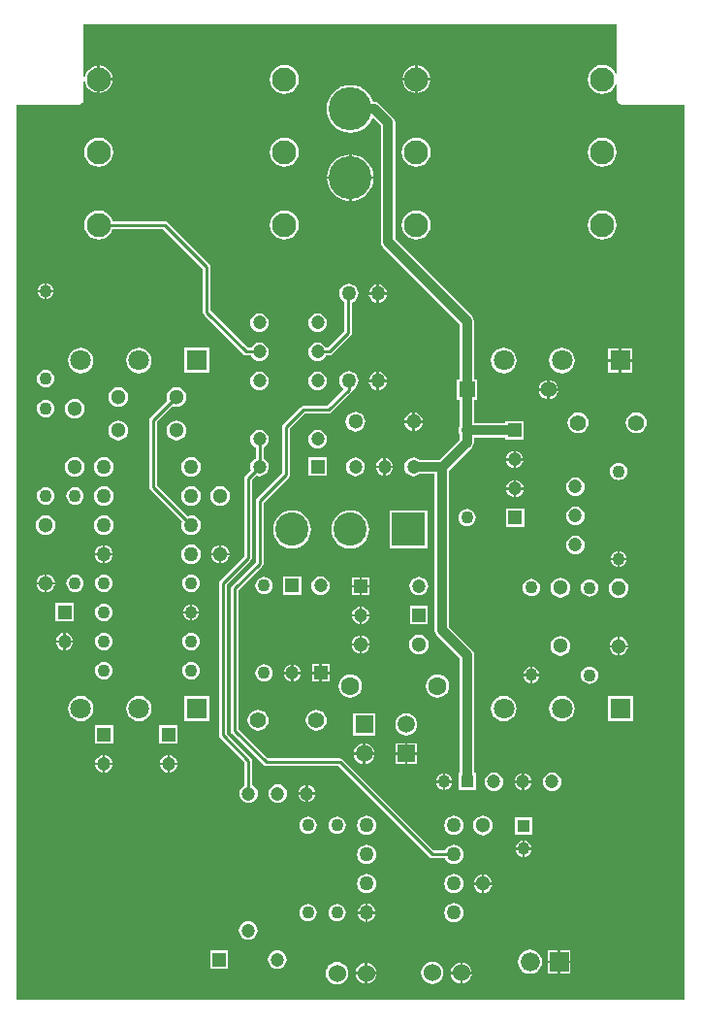
<source format=gtl>
G04*
G04 #@! TF.GenerationSoftware,Altium Limited,Altium Designer,19.0.12 (326)*
G04*
G04 Layer_Physical_Order=1*
G04 Layer_Color=255*
%FSLAX25Y25*%
%MOIN*%
G70*
G01*
G75*
%ADD12C,0.01000*%
%ADD42C,0.03200*%
%ADD43C,0.04724*%
%ADD44R,0.04724X0.04724*%
%ADD45C,0.06299*%
%ADD46C,0.04331*%
%ADD47C,0.05512*%
%ADD48C,0.05118*%
%ADD49C,0.05000*%
%ADD50R,0.04331X0.04331*%
%ADD51R,0.04724X0.04724*%
%ADD52C,0.11417*%
%ADD53R,0.11417X0.11417*%
%ADD54R,0.07087X0.07087*%
%ADD55C,0.07087*%
%ADD56C,0.14765*%
%ADD57C,0.08268*%
%ADD58R,0.05906X0.05906*%
%ADD59C,0.05906*%
%ADD60R,0.05512X0.05512*%
%ADD61C,0.06000*%
%ADD62C,0.06600*%
%ADD63R,0.06600X0.06600*%
%ADD64C,0.04725*%
%ADD65R,0.04331X0.04331*%
%ADD66C,0.03000*%
G36*
X207936Y319429D02*
X207436Y319330D01*
X207121Y320088D01*
X206330Y321119D01*
X205300Y321910D01*
X204099Y322407D01*
X202812Y322577D01*
X201523Y322407D01*
X200323Y321910D01*
X199293Y321119D01*
X198502Y320088D01*
X198004Y318888D01*
X197835Y317600D01*
X198004Y316312D01*
X198502Y315112D01*
X199293Y314081D01*
X200323Y313290D01*
X201523Y312793D01*
X202812Y312623D01*
X204099Y312793D01*
X205300Y313290D01*
X206330Y314081D01*
X207121Y315112D01*
X207436Y315870D01*
X207936Y315771D01*
Y310500D01*
X208052Y309915D01*
X208384Y309419D01*
X208880Y309087D01*
X209465Y308971D01*
X230971D01*
Y1529D01*
X1529D01*
Y308971D01*
X23000D01*
X23585Y309087D01*
X24081Y309419D01*
X24413Y309915D01*
X24529Y310500D01*
Y316677D01*
X25029Y316710D01*
X25075Y316364D01*
X25552Y315213D01*
X26311Y314224D01*
X27300Y313465D01*
X28451Y312988D01*
X29287Y312878D01*
Y317600D01*
Y322322D01*
X28451Y322212D01*
X27300Y321735D01*
X26311Y320976D01*
X25552Y319987D01*
X25075Y318836D01*
X25029Y318490D01*
X24529Y318523D01*
Y336471D01*
X207936D01*
Y319429D01*
D02*
G37*
%LPC*%
G36*
X139313Y322322D02*
Y318000D01*
X143636D01*
X143526Y318836D01*
X143049Y319987D01*
X142290Y320976D01*
X141301Y321735D01*
X140149Y322212D01*
X139313Y322322D01*
D02*
G37*
G36*
X30087D02*
Y318000D01*
X34409D01*
X34299Y318836D01*
X33822Y319987D01*
X33063Y320976D01*
X32074Y321735D01*
X30923Y322212D01*
X30087Y322322D01*
D02*
G37*
G36*
X138514D02*
X137678Y322212D01*
X136526Y321735D01*
X135537Y320976D01*
X134778Y319987D01*
X134301Y318836D01*
X134191Y318000D01*
X138514D01*
Y322322D01*
D02*
G37*
G36*
X34409Y317200D02*
X30087D01*
Y312878D01*
X30923Y312988D01*
X32074Y313465D01*
X33063Y314224D01*
X33822Y315213D01*
X34299Y316364D01*
X34409Y317200D01*
D02*
G37*
G36*
X143636D02*
X139313D01*
Y312878D01*
X140149Y312988D01*
X141301Y313465D01*
X142290Y314224D01*
X143049Y315213D01*
X143526Y316364D01*
X143636Y317200D01*
D02*
G37*
G36*
X138514D02*
X134191D01*
X134301Y316364D01*
X134778Y315213D01*
X135537Y314224D01*
X136526Y313465D01*
X137678Y312988D01*
X138514Y312878D01*
Y317200D01*
D02*
G37*
G36*
X93585Y322577D02*
X92297Y322407D01*
X91097Y321910D01*
X90066Y321119D01*
X89275Y320088D01*
X88778Y318888D01*
X88608Y317600D01*
X88778Y316312D01*
X89275Y315112D01*
X90066Y314081D01*
X91097Y313290D01*
X92297Y312793D01*
X93585Y312623D01*
X94873Y312793D01*
X96073Y313290D01*
X97104Y314081D01*
X97895Y315112D01*
X98392Y316312D01*
X98562Y317600D01*
X98392Y318888D01*
X97895Y320088D01*
X97104Y321119D01*
X96073Y321910D01*
X94873Y322407D01*
X93585Y322577D01*
D02*
G37*
G36*
X202812Y297577D02*
X201523Y297407D01*
X200323Y296910D01*
X199293Y296119D01*
X198502Y295088D01*
X198004Y293888D01*
X197835Y292600D01*
X198004Y291312D01*
X198502Y290112D01*
X199293Y289081D01*
X200323Y288290D01*
X201523Y287793D01*
X202812Y287623D01*
X204099Y287793D01*
X205300Y288290D01*
X206330Y289081D01*
X207121Y290112D01*
X207618Y291312D01*
X207788Y292600D01*
X207618Y293888D01*
X207121Y295088D01*
X206330Y296119D01*
X205300Y296910D01*
X204099Y297407D01*
X202812Y297577D01*
D02*
G37*
G36*
X138914D02*
X137626Y297407D01*
X136425Y296910D01*
X135395Y296119D01*
X134604Y295088D01*
X134107Y293888D01*
X133937Y292600D01*
X134107Y291312D01*
X134604Y290112D01*
X135395Y289081D01*
X136425Y288290D01*
X137626Y287793D01*
X138914Y287623D01*
X140201Y287793D01*
X141402Y288290D01*
X142432Y289081D01*
X143223Y290112D01*
X143720Y291312D01*
X143890Y292600D01*
X143720Y293888D01*
X143223Y295088D01*
X142432Y296119D01*
X141402Y296910D01*
X140201Y297407D01*
X138914Y297577D01*
D02*
G37*
G36*
X93585D02*
X92297Y297407D01*
X91097Y296910D01*
X90066Y296119D01*
X89275Y295088D01*
X88778Y293888D01*
X88608Y292600D01*
X88778Y291312D01*
X89275Y290112D01*
X90066Y289081D01*
X91097Y288290D01*
X92297Y287793D01*
X93585Y287623D01*
X94873Y287793D01*
X96073Y288290D01*
X97104Y289081D01*
X97895Y290112D01*
X98392Y291312D01*
X98562Y292600D01*
X98392Y293888D01*
X97895Y295088D01*
X97104Y296119D01*
X96073Y296910D01*
X94873Y297407D01*
X93585Y297577D01*
D02*
G37*
G36*
X29687D02*
X28399Y297407D01*
X27199Y296910D01*
X26168Y296119D01*
X25377Y295088D01*
X24880Y293888D01*
X24710Y292600D01*
X24880Y291312D01*
X25377Y290112D01*
X26168Y289081D01*
X27199Y288290D01*
X28399Y287793D01*
X29687Y287623D01*
X30975Y287793D01*
X32175Y288290D01*
X33206Y289081D01*
X33997Y290112D01*
X34494Y291312D01*
X34664Y292600D01*
X34494Y293888D01*
X33997Y295088D01*
X33206Y296119D01*
X32175Y296910D01*
X30975Y297407D01*
X29687Y297577D01*
D02*
G37*
G36*
X116650Y291759D02*
Y284178D01*
X124232D01*
X124117Y285343D01*
X123660Y286847D01*
X122919Y288234D01*
X121922Y289450D01*
X120706Y290447D01*
X119319Y291188D01*
X117815Y291645D01*
X116650Y291759D01*
D02*
G37*
G36*
X115850D02*
X114685Y291645D01*
X113180Y291188D01*
X111794Y290447D01*
X110578Y289450D01*
X109581Y288234D01*
X108840Y286847D01*
X108383Y285343D01*
X108268Y284178D01*
X115850D01*
Y291759D01*
D02*
G37*
G36*
X124232Y283378D02*
X116650D01*
Y275797D01*
X117815Y275911D01*
X119319Y276368D01*
X120706Y277109D01*
X121922Y278106D01*
X122919Y279322D01*
X123660Y280709D01*
X124117Y282213D01*
X124232Y283378D01*
D02*
G37*
G36*
X115850D02*
X108268D01*
X108383Y282213D01*
X108840Y280709D01*
X109581Y279322D01*
X110578Y278106D01*
X111794Y277109D01*
X113180Y276368D01*
X114685Y275911D01*
X115850Y275797D01*
Y283378D01*
D02*
G37*
G36*
X202812Y272577D02*
X201523Y272407D01*
X200323Y271910D01*
X199293Y271119D01*
X198502Y270088D01*
X198004Y268888D01*
X197835Y267600D01*
X198004Y266312D01*
X198502Y265112D01*
X199293Y264081D01*
X200323Y263290D01*
X201523Y262793D01*
X202812Y262623D01*
X204099Y262793D01*
X205300Y263290D01*
X206330Y264081D01*
X207121Y265112D01*
X207618Y266312D01*
X207788Y267600D01*
X207618Y268888D01*
X207121Y270088D01*
X206330Y271119D01*
X205300Y271910D01*
X204099Y272407D01*
X202812Y272577D01*
D02*
G37*
G36*
X138914D02*
X137626Y272407D01*
X136425Y271910D01*
X135395Y271119D01*
X134604Y270088D01*
X134107Y268888D01*
X133937Y267600D01*
X134107Y266312D01*
X134604Y265112D01*
X135395Y264081D01*
X136425Y263290D01*
X137626Y262793D01*
X138914Y262623D01*
X140201Y262793D01*
X141402Y263290D01*
X142432Y264081D01*
X143223Y265112D01*
X143720Y266312D01*
X143890Y267600D01*
X143720Y268888D01*
X143223Y270088D01*
X142432Y271119D01*
X141402Y271910D01*
X140201Y272407D01*
X138914Y272577D01*
D02*
G37*
G36*
X93585D02*
X92297Y272407D01*
X91097Y271910D01*
X90066Y271119D01*
X89275Y270088D01*
X88778Y268888D01*
X88608Y267600D01*
X88778Y266312D01*
X89275Y265112D01*
X90066Y264081D01*
X91097Y263290D01*
X92297Y262793D01*
X93585Y262623D01*
X94873Y262793D01*
X96073Y263290D01*
X97104Y264081D01*
X97895Y265112D01*
X98392Y266312D01*
X98562Y267600D01*
X98392Y268888D01*
X97895Y270088D01*
X97104Y271119D01*
X96073Y271910D01*
X94873Y272407D01*
X93585Y272577D01*
D02*
G37*
G36*
X11900Y247537D02*
Y245200D01*
X14237D01*
X14194Y245522D01*
X13916Y246195D01*
X13472Y246772D01*
X12895Y247216D01*
X12222Y247494D01*
X11900Y247537D01*
D02*
G37*
G36*
X11100D02*
X10778Y247494D01*
X10105Y247216D01*
X9528Y246772D01*
X9084Y246195D01*
X8806Y245522D01*
X8763Y245200D01*
X11100D01*
Y247537D01*
D02*
G37*
G36*
X126075Y247074D02*
Y244400D01*
X128749D01*
X128695Y244809D01*
X128382Y245563D01*
X127885Y246211D01*
X127238Y246708D01*
X126484Y247020D01*
X126075Y247074D01*
D02*
G37*
G36*
X125275D02*
X124865Y247020D01*
X124111Y246708D01*
X123464Y246211D01*
X122967Y245563D01*
X122654Y244809D01*
X122600Y244400D01*
X125275D01*
Y247074D01*
D02*
G37*
G36*
X14237Y244400D02*
X11900D01*
Y242063D01*
X12222Y242106D01*
X12895Y242384D01*
X13472Y242828D01*
X13916Y243405D01*
X14194Y244078D01*
X14237Y244400D01*
D02*
G37*
G36*
X11100D02*
X8763D01*
X8806Y244078D01*
X9084Y243405D01*
X9528Y242828D01*
X10105Y242384D01*
X10778Y242106D01*
X11100Y242063D01*
Y244400D01*
D02*
G37*
G36*
X128749Y243600D02*
X126075D01*
Y240926D01*
X126484Y240980D01*
X127238Y241292D01*
X127885Y241789D01*
X128382Y242437D01*
X128695Y243191D01*
X128749Y243600D01*
D02*
G37*
G36*
X125275D02*
X122600D01*
X122654Y243191D01*
X122967Y242437D01*
X123464Y241789D01*
X124111Y241292D01*
X124865Y240980D01*
X125275Y240926D01*
Y243600D01*
D02*
G37*
G36*
X105000Y237190D02*
X104174Y237081D01*
X103405Y236762D01*
X102744Y236256D01*
X102238Y235595D01*
X101919Y234826D01*
X101810Y234000D01*
X101919Y233174D01*
X102238Y232405D01*
X102744Y231745D01*
X103405Y231238D01*
X104174Y230919D01*
X105000Y230810D01*
X105826Y230919D01*
X106595Y231238D01*
X107255Y231745D01*
X107762Y232405D01*
X108081Y233174D01*
X108190Y234000D01*
X108081Y234826D01*
X107762Y235595D01*
X107255Y236256D01*
X106595Y236762D01*
X105826Y237081D01*
X105000Y237190D01*
D02*
G37*
G36*
X85000D02*
X84174Y237081D01*
X83405Y236762D01*
X82744Y236256D01*
X82238Y235595D01*
X81919Y234826D01*
X81810Y234000D01*
X81919Y233174D01*
X82238Y232405D01*
X82744Y231745D01*
X83405Y231238D01*
X84174Y230919D01*
X85000Y230810D01*
X85826Y230919D01*
X86595Y231238D01*
X87256Y231745D01*
X87762Y232405D01*
X88081Y233174D01*
X88190Y234000D01*
X88081Y234826D01*
X87762Y235595D01*
X87256Y236256D01*
X86595Y236762D01*
X85826Y237081D01*
X85000Y237190D01*
D02*
G37*
G36*
X115674Y247328D02*
X114813Y247215D01*
X114010Y246883D01*
X113321Y246354D01*
X112792Y245664D01*
X112460Y244862D01*
X112346Y244000D01*
X112460Y243139D01*
X112792Y242336D01*
X113321Y241646D01*
X114010Y241118D01*
X114174Y241049D01*
Y231049D01*
X108451Y225325D01*
X107874D01*
X107762Y225595D01*
X107255Y226255D01*
X106595Y226762D01*
X105826Y227081D01*
X105000Y227190D01*
X104174Y227081D01*
X103405Y226762D01*
X102744Y226255D01*
X102238Y225595D01*
X101919Y224826D01*
X101810Y224000D01*
X101919Y223174D01*
X102238Y222405D01*
X102744Y221744D01*
X103405Y221238D01*
X104174Y220919D01*
X105000Y220810D01*
X105826Y220919D01*
X106595Y221238D01*
X107255Y221744D01*
X107762Y222405D01*
X107874Y222674D01*
X109000D01*
X109507Y222775D01*
X109937Y223063D01*
X116437Y229563D01*
X116725Y229993D01*
X116825Y230500D01*
Y240905D01*
X117339Y241118D01*
X118028Y241646D01*
X118557Y242336D01*
X118890Y243139D01*
X119003Y244000D01*
X118890Y244862D01*
X118557Y245664D01*
X118028Y246354D01*
X117339Y246883D01*
X116536Y247215D01*
X115674Y247328D01*
D02*
G37*
G36*
X213143Y225144D02*
X209400D01*
Y221400D01*
X213143D01*
Y225144D01*
D02*
G37*
G36*
X208600D02*
X204856D01*
Y221400D01*
X208600D01*
Y225144D01*
D02*
G37*
G36*
X29687Y272577D02*
X28399Y272407D01*
X27199Y271910D01*
X26168Y271119D01*
X25377Y270088D01*
X24880Y268888D01*
X24710Y267600D01*
X24880Y266312D01*
X25377Y265112D01*
X26168Y264081D01*
X27199Y263290D01*
X28399Y262793D01*
X29687Y262623D01*
X30975Y262793D01*
X32175Y263290D01*
X33206Y264081D01*
X33997Y265112D01*
X34479Y266274D01*
X51851D01*
X65609Y252517D01*
Y237500D01*
X65710Y236993D01*
X65997Y236563D01*
X79497Y223063D01*
X79927Y222775D01*
X80434Y222674D01*
X82126D01*
X82238Y222405D01*
X82744Y221744D01*
X83405Y221238D01*
X84174Y220919D01*
X85000Y220810D01*
X85826Y220919D01*
X86595Y221238D01*
X87256Y221744D01*
X87762Y222405D01*
X88081Y223174D01*
X88190Y224000D01*
X88081Y224826D01*
X87762Y225595D01*
X87256Y226255D01*
X86595Y226762D01*
X85826Y227081D01*
X85000Y227190D01*
X84174Y227081D01*
X83405Y226762D01*
X82744Y226255D01*
X82238Y225595D01*
X82126Y225325D01*
X80983D01*
X68260Y238049D01*
Y253066D01*
X68159Y253573D01*
X67871Y254003D01*
X53337Y268537D01*
X52907Y268825D01*
X52400Y268925D01*
X34479D01*
X33997Y270088D01*
X33206Y271119D01*
X32175Y271910D01*
X30975Y272407D01*
X29687Y272577D01*
D02*
G37*
G36*
X213143Y220600D02*
X209400D01*
Y216857D01*
X213143D01*
Y220600D01*
D02*
G37*
G36*
X208600D02*
X204856D01*
Y216857D01*
X208600D01*
Y220600D01*
D02*
G37*
G36*
X67869Y225369D02*
X59182D01*
Y216682D01*
X67869D01*
Y225369D01*
D02*
G37*
G36*
X43525Y225407D02*
X42392Y225257D01*
X41335Y224819D01*
X40428Y224123D01*
X39731Y223216D01*
X39294Y222159D01*
X39145Y221025D01*
X39294Y219892D01*
X39731Y218835D01*
X40428Y217928D01*
X41335Y217231D01*
X42392Y216794D01*
X43525Y216645D01*
X44659Y216794D01*
X45716Y217231D01*
X46623Y217928D01*
X47319Y218835D01*
X47757Y219892D01*
X47907Y221025D01*
X47757Y222159D01*
X47319Y223216D01*
X46623Y224123D01*
X45716Y224819D01*
X44659Y225257D01*
X43525Y225407D01*
D02*
G37*
G36*
X23526D02*
X22392Y225257D01*
X21335Y224819D01*
X20428Y224123D01*
X19732Y223216D01*
X19294Y222159D01*
X19144Y221025D01*
X19294Y219892D01*
X19732Y218835D01*
X20428Y217928D01*
X21335Y217231D01*
X22392Y216794D01*
X23526Y216645D01*
X24659Y216794D01*
X25716Y217231D01*
X26623Y217928D01*
X27319Y218835D01*
X27757Y219892D01*
X27907Y221025D01*
X27757Y222159D01*
X27319Y223216D01*
X26623Y224123D01*
X25716Y224819D01*
X24659Y225257D01*
X23526Y225407D01*
D02*
G37*
G36*
X189000Y225381D02*
X187866Y225232D01*
X186810Y224794D01*
X185902Y224098D01*
X185206Y223190D01*
X184768Y222134D01*
X184619Y221000D01*
X184768Y219866D01*
X185206Y218810D01*
X185902Y217902D01*
X186810Y217206D01*
X187866Y216768D01*
X189000Y216619D01*
X190134Y216768D01*
X191191Y217206D01*
X192098Y217902D01*
X192794Y218810D01*
X193232Y219866D01*
X193381Y221000D01*
X193232Y222134D01*
X192794Y223190D01*
X192098Y224098D01*
X191191Y224794D01*
X190134Y225232D01*
X189000Y225381D01*
D02*
G37*
G36*
X169000D02*
X167866Y225232D01*
X166809Y224794D01*
X165902Y224098D01*
X165206Y223190D01*
X164768Y222134D01*
X164619Y221000D01*
X164768Y219866D01*
X165206Y218810D01*
X165902Y217902D01*
X166809Y217206D01*
X167866Y216768D01*
X169000Y216619D01*
X170134Y216768D01*
X171191Y217206D01*
X172098Y217902D01*
X172794Y218810D01*
X173232Y219866D01*
X173381Y221000D01*
X173232Y222134D01*
X172794Y223190D01*
X172098Y224098D01*
X171191Y224794D01*
X170134Y225232D01*
X169000Y225381D01*
D02*
G37*
G36*
X126075Y217074D02*
Y214400D01*
X128749D01*
X128695Y214809D01*
X128382Y215563D01*
X127885Y216211D01*
X127238Y216708D01*
X126484Y217020D01*
X126075Y217074D01*
D02*
G37*
G36*
X125275D02*
X124865Y217020D01*
X124111Y216708D01*
X123464Y216211D01*
X122967Y215563D01*
X122654Y214809D01*
X122600Y214400D01*
X125275D01*
Y217074D01*
D02*
G37*
G36*
X11500Y217791D02*
X10726Y217689D01*
X10005Y217390D01*
X9385Y216915D01*
X8910Y216296D01*
X8611Y215574D01*
X8509Y214800D01*
X8611Y214026D01*
X8910Y213304D01*
X9385Y212685D01*
X10005Y212210D01*
X10726Y211911D01*
X11500Y211809D01*
X12274Y211911D01*
X12995Y212210D01*
X13615Y212685D01*
X14090Y213304D01*
X14389Y214026D01*
X14491Y214800D01*
X14389Y215574D01*
X14090Y216296D01*
X13615Y216915D01*
X12995Y217390D01*
X12274Y217689D01*
X11500Y217791D01*
D02*
G37*
G36*
X184734Y214332D02*
Y211400D01*
X187666D01*
X187603Y211876D01*
X187265Y212692D01*
X186727Y213393D01*
X186026Y213931D01*
X185210Y214270D01*
X184734Y214332D01*
D02*
G37*
G36*
X183934D02*
X183458Y214270D01*
X182641Y213931D01*
X181940Y213393D01*
X181402Y212692D01*
X181064Y211876D01*
X181002Y211400D01*
X183934D01*
Y214332D01*
D02*
G37*
G36*
X128749Y213600D02*
X126075D01*
Y210926D01*
X126484Y210980D01*
X127238Y211292D01*
X127885Y211789D01*
X128382Y212437D01*
X128695Y213191D01*
X128749Y213600D01*
D02*
G37*
G36*
X125275D02*
X122600D01*
X122654Y213191D01*
X122967Y212437D01*
X123464Y211789D01*
X124111Y211292D01*
X124865Y210980D01*
X125275Y210926D01*
Y213600D01*
D02*
G37*
G36*
X105000Y217190D02*
X104174Y217081D01*
X103405Y216762D01*
X102744Y216255D01*
X102238Y215595D01*
X101919Y214826D01*
X101810Y214000D01*
X101919Y213174D01*
X102238Y212405D01*
X102744Y211744D01*
X103405Y211238D01*
X104174Y210919D01*
X105000Y210810D01*
X105826Y210919D01*
X106595Y211238D01*
X107255Y211744D01*
X107762Y212405D01*
X108081Y213174D01*
X108190Y214000D01*
X108081Y214826D01*
X107762Y215595D01*
X107255Y216255D01*
X106595Y216762D01*
X105826Y217081D01*
X105000Y217190D01*
D02*
G37*
G36*
X85000D02*
X84174Y217081D01*
X83405Y216762D01*
X82744Y216255D01*
X82238Y215595D01*
X81919Y214826D01*
X81810Y214000D01*
X81919Y213174D01*
X82238Y212405D01*
X82744Y211744D01*
X83405Y211238D01*
X84174Y210919D01*
X85000Y210810D01*
X85826Y210919D01*
X86595Y211238D01*
X87256Y211744D01*
X87762Y212405D01*
X88081Y213174D01*
X88190Y214000D01*
X88081Y214826D01*
X87762Y215595D01*
X87256Y216255D01*
X86595Y216762D01*
X85826Y217081D01*
X85000Y217190D01*
D02*
G37*
G36*
X187666Y210600D02*
X184734D01*
Y207668D01*
X185210Y207730D01*
X186026Y208068D01*
X186727Y208607D01*
X187265Y209308D01*
X187603Y210124D01*
X187666Y210600D01*
D02*
G37*
G36*
X183934D02*
X181002D01*
X181064Y210124D01*
X181402Y209308D01*
X181940Y208607D01*
X182641Y208068D01*
X183458Y207730D01*
X183934Y207668D01*
Y210600D01*
D02*
G37*
G36*
X56500Y211888D02*
X55623Y211772D01*
X54806Y211434D01*
X54104Y210896D01*
X53566Y210194D01*
X53228Y209377D01*
X53112Y208500D01*
X53228Y207623D01*
X53380Y207255D01*
X47563Y201437D01*
X47275Y201007D01*
X47175Y200500D01*
Y177500D01*
X47275Y176993D01*
X47563Y176563D01*
X58425Y165700D01*
X58285Y165361D01*
X58171Y164500D01*
X58285Y163638D01*
X58617Y162836D01*
X59146Y162146D01*
X59836Y161618D01*
X60638Y161285D01*
X61500Y161171D01*
X62362Y161285D01*
X63164Y161618D01*
X63854Y162146D01*
X64383Y162836D01*
X64715Y163638D01*
X64828Y164500D01*
X64715Y165361D01*
X64383Y166164D01*
X63854Y166854D01*
X63164Y167383D01*
X62362Y167715D01*
X61500Y167829D01*
X60638Y167715D01*
X60300Y167575D01*
X49826Y178049D01*
Y199951D01*
X55255Y205380D01*
X55623Y205227D01*
X56500Y205112D01*
X57377Y205227D01*
X58194Y205566D01*
X58896Y206104D01*
X59434Y206806D01*
X59772Y207623D01*
X59888Y208500D01*
X59772Y209377D01*
X59434Y210194D01*
X58896Y210896D01*
X58194Y211434D01*
X57377Y211772D01*
X56500Y211888D01*
D02*
G37*
G36*
X36500D02*
X35623Y211772D01*
X34806Y211434D01*
X34104Y210896D01*
X33566Y210194D01*
X33228Y209377D01*
X33112Y208500D01*
X33228Y207623D01*
X33566Y206806D01*
X34104Y206104D01*
X34806Y205566D01*
X35623Y205227D01*
X36500Y205112D01*
X37377Y205227D01*
X38194Y205566D01*
X38896Y206104D01*
X39434Y206806D01*
X39772Y207623D01*
X39888Y208500D01*
X39772Y209377D01*
X39434Y210194D01*
X38896Y210896D01*
X38194Y211434D01*
X37377Y211772D01*
X36500Y211888D01*
D02*
G37*
G36*
X11500Y207491D02*
X10726Y207389D01*
X10005Y207090D01*
X9385Y206615D01*
X8910Y205995D01*
X8611Y205274D01*
X8509Y204500D01*
X8611Y203726D01*
X8910Y203005D01*
X9385Y202385D01*
X10005Y201910D01*
X10726Y201611D01*
X11500Y201509D01*
X12274Y201611D01*
X12995Y201910D01*
X13615Y202385D01*
X14090Y203005D01*
X14389Y203726D01*
X14491Y204500D01*
X14389Y205274D01*
X14090Y205995D01*
X13615Y206615D01*
X12995Y207090D01*
X12274Y207389D01*
X11500Y207491D01*
D02*
G37*
G36*
X21551Y207888D02*
X20674Y207772D01*
X19857Y207434D01*
X19155Y206896D01*
X18617Y206194D01*
X18279Y205377D01*
X18163Y204500D01*
X18279Y203623D01*
X18617Y202806D01*
X19155Y202104D01*
X19857Y201566D01*
X20674Y201227D01*
X21551Y201112D01*
X22428Y201227D01*
X23245Y201566D01*
X23947Y202104D01*
X24485Y202806D01*
X24824Y203623D01*
X24939Y204500D01*
X24824Y205377D01*
X24485Y206194D01*
X23947Y206896D01*
X23245Y207434D01*
X22428Y207772D01*
X21551Y207888D01*
D02*
G37*
G36*
X138400Y203143D02*
Y200410D01*
X141134D01*
X141078Y200834D01*
X140759Y201603D01*
X140253Y202263D01*
X139593Y202769D01*
X138825Y203087D01*
X138400Y203143D01*
D02*
G37*
G36*
X137600D02*
X137175Y203087D01*
X136407Y202769D01*
X135747Y202263D01*
X135241Y201603D01*
X134922Y200834D01*
X134866Y200410D01*
X137600D01*
Y203143D01*
D02*
G37*
G36*
X141134Y199610D02*
X138400D01*
Y196876D01*
X138825Y196932D01*
X139593Y197250D01*
X140253Y197757D01*
X140759Y198417D01*
X141078Y199185D01*
X141134Y199610D01*
D02*
G37*
G36*
X137600D02*
X134866D01*
X134922Y199185D01*
X135241Y198417D01*
X135747Y197757D01*
X136407Y197250D01*
X137175Y196932D01*
X137600Y196876D01*
Y199610D01*
D02*
G37*
G36*
X118000Y203398D02*
X117123Y203282D01*
X116306Y202944D01*
X115604Y202405D01*
X115066Y201704D01*
X114727Y200887D01*
X114612Y200010D01*
X114727Y199133D01*
X115066Y198316D01*
X115604Y197614D01*
X116306Y197076D01*
X117123Y196737D01*
X118000Y196622D01*
X118877Y196737D01*
X119694Y197076D01*
X120396Y197614D01*
X120934Y198316D01*
X121273Y199133D01*
X121388Y200010D01*
X121273Y200887D01*
X120934Y201704D01*
X120396Y202405D01*
X119694Y202944D01*
X118877Y203282D01*
X118000Y203398D01*
D02*
G37*
G36*
X214500Y203187D02*
X213572Y203064D01*
X212707Y202706D01*
X211964Y202136D01*
X211394Y201393D01*
X211035Y200528D01*
X210913Y199600D01*
X211035Y198672D01*
X211394Y197807D01*
X211964Y197064D01*
X212707Y196494D01*
X213572Y196135D01*
X214500Y196013D01*
X215428Y196135D01*
X216293Y196494D01*
X217036Y197064D01*
X217606Y197807D01*
X217965Y198672D01*
X218087Y199600D01*
X217965Y200528D01*
X217606Y201393D01*
X217036Y202136D01*
X216293Y202706D01*
X215428Y203064D01*
X214500Y203187D01*
D02*
G37*
G36*
X194500D02*
X193572Y203064D01*
X192707Y202706D01*
X191964Y202136D01*
X191394Y201393D01*
X191035Y200528D01*
X190913Y199600D01*
X191035Y198672D01*
X191394Y197807D01*
X191964Y197064D01*
X192707Y196494D01*
X193572Y196135D01*
X194500Y196013D01*
X195428Y196135D01*
X196293Y196494D01*
X197036Y197064D01*
X197606Y197807D01*
X197965Y198672D01*
X198087Y199600D01*
X197965Y200528D01*
X197606Y201393D01*
X197036Y202136D01*
X196293Y202706D01*
X195428Y203064D01*
X194500Y203187D01*
D02*
G37*
G36*
X116250Y315622D02*
X114646Y315464D01*
X113104Y314996D01*
X111682Y314236D01*
X110436Y313214D01*
X109414Y311968D01*
X108654Y310546D01*
X108186Y309004D01*
X108028Y307400D01*
X108186Y305796D01*
X108654Y304254D01*
X109414Y302832D01*
X110436Y301586D01*
X111682Y300564D01*
X113104Y299804D01*
X114646Y299336D01*
X116250Y299178D01*
X117854Y299336D01*
X119396Y299804D01*
X120818Y300564D01*
X122064Y301586D01*
X123086Y302832D01*
X123737Y304049D01*
X124304Y304189D01*
X126753Y301739D01*
Y261698D01*
X126939Y260762D01*
X127470Y259968D01*
X153855Y233583D01*
Y214556D01*
X152778D01*
Y207444D01*
X153887D01*
Y198724D01*
X153712Y198496D01*
X153413Y197774D01*
X153311Y197000D01*
X153413Y196226D01*
X153712Y195504D01*
X153855Y195318D01*
Y193966D01*
X146836Y186947D01*
X140005D01*
X139595Y187262D01*
X138826Y187581D01*
X138000Y187689D01*
X137174Y187581D01*
X136405Y187262D01*
X135745Y186755D01*
X135238Y186095D01*
X134919Y185326D01*
X134811Y184500D01*
X134919Y183675D01*
X135238Y182905D01*
X135745Y182245D01*
X136405Y181738D01*
X137174Y181419D01*
X138000Y181311D01*
X138826Y181419D01*
X139595Y181738D01*
X140005Y182053D01*
X145194D01*
Y128560D01*
X145380Y127623D01*
X145910Y126829D01*
X153953Y118786D01*
Y79340D01*
X153414D01*
Y73409D01*
X159345D01*
Y79340D01*
X158847D01*
Y119800D01*
X158661Y120736D01*
X158130Y121530D01*
X150087Y129573D01*
Y183278D01*
X158032Y191223D01*
X158563Y192016D01*
X158749Y192953D01*
Y194553D01*
X169538D01*
Y193838D01*
X175862D01*
Y200162D01*
X169538D01*
Y199447D01*
X158781D01*
Y207444D01*
X159890D01*
Y214556D01*
X158749D01*
Y234596D01*
X158563Y235533D01*
X158032Y236327D01*
X131647Y262712D01*
Y302753D01*
X131461Y303689D01*
X130930Y304483D01*
X126283Y309130D01*
X125489Y309661D01*
X124553Y309847D01*
X124058D01*
X123846Y310546D01*
X123086Y311968D01*
X122064Y313214D01*
X120818Y314236D01*
X119396Y314996D01*
X117854Y315464D01*
X116250Y315622D01*
D02*
G37*
G36*
X56500Y200388D02*
X55623Y200272D01*
X54806Y199934D01*
X54104Y199396D01*
X53566Y198694D01*
X53228Y197877D01*
X53112Y197000D01*
X53228Y196123D01*
X53566Y195306D01*
X54104Y194604D01*
X54806Y194066D01*
X55623Y193728D01*
X56500Y193612D01*
X57377Y193728D01*
X58194Y194066D01*
X58896Y194604D01*
X59434Y195306D01*
X59772Y196123D01*
X59888Y197000D01*
X59772Y197877D01*
X59434Y198694D01*
X58896Y199396D01*
X58194Y199934D01*
X57377Y200272D01*
X56500Y200388D01*
D02*
G37*
G36*
X36500D02*
X35623Y200272D01*
X34806Y199934D01*
X34104Y199396D01*
X33566Y198694D01*
X33228Y197877D01*
X33112Y197000D01*
X33228Y196123D01*
X33566Y195306D01*
X34104Y194604D01*
X34806Y194066D01*
X35623Y193728D01*
X36500Y193612D01*
X37377Y193728D01*
X38194Y194066D01*
X38896Y194604D01*
X39434Y195306D01*
X39772Y196123D01*
X39888Y197000D01*
X39772Y197877D01*
X39434Y198694D01*
X38896Y199396D01*
X38194Y199934D01*
X37377Y200272D01*
X36500Y200388D01*
D02*
G37*
G36*
X105000Y197190D02*
X104174Y197081D01*
X103405Y196762D01*
X102744Y196256D01*
X102238Y195595D01*
X101919Y194826D01*
X101810Y194000D01*
X101919Y193174D01*
X102238Y192405D01*
X102744Y191744D01*
X103405Y191238D01*
X104174Y190919D01*
X105000Y190810D01*
X105826Y190919D01*
X106595Y191238D01*
X107255Y191744D01*
X107762Y192405D01*
X108081Y193174D01*
X108190Y194000D01*
X108081Y194826D01*
X107762Y195595D01*
X107255Y196256D01*
X106595Y196762D01*
X105826Y197081D01*
X105000Y197190D01*
D02*
G37*
G36*
X173100Y189935D02*
Y187400D01*
X175635D01*
X175586Y187773D01*
X175287Y188494D01*
X174812Y189112D01*
X174194Y189587D01*
X173473Y189886D01*
X173100Y189935D01*
D02*
G37*
G36*
X172300D02*
X171927Y189886D01*
X171206Y189587D01*
X170588Y189112D01*
X170113Y188494D01*
X169814Y187773D01*
X169765Y187400D01*
X172300D01*
Y189935D01*
D02*
G37*
G36*
X128400Y187435D02*
Y184900D01*
X130935D01*
X130886Y185273D01*
X130587Y185994D01*
X130113Y186612D01*
X129494Y187087D01*
X128773Y187386D01*
X128400Y187435D01*
D02*
G37*
G36*
X127600D02*
X127227Y187386D01*
X126506Y187087D01*
X125888Y186612D01*
X125413Y185994D01*
X125114Y185273D01*
X125065Y184900D01*
X127600D01*
Y187435D01*
D02*
G37*
G36*
X175635Y186600D02*
X173100D01*
Y184065D01*
X173473Y184114D01*
X174194Y184413D01*
X174812Y184888D01*
X175287Y185506D01*
X175586Y186227D01*
X175635Y186600D01*
D02*
G37*
G36*
X172300D02*
X169765D01*
X169814Y186227D01*
X170113Y185506D01*
X170588Y184888D01*
X171206Y184413D01*
X171927Y184114D01*
X172300Y184065D01*
Y186600D01*
D02*
G37*
G36*
X130935Y184100D02*
X128400D01*
Y181565D01*
X128773Y181614D01*
X129494Y181913D01*
X130113Y182387D01*
X130587Y183006D01*
X130886Y183727D01*
X130935Y184100D01*
D02*
G37*
G36*
X127600D02*
X125065D01*
X125114Y183727D01*
X125413Y183006D01*
X125888Y182387D01*
X126506Y181913D01*
X127227Y181614D01*
X127600Y181565D01*
Y184100D01*
D02*
G37*
G36*
X108162Y187662D02*
X101838D01*
Y181338D01*
X108162D01*
Y187662D01*
D02*
G37*
G36*
X118000Y187689D02*
X117174Y187581D01*
X116405Y187262D01*
X115745Y186755D01*
X115238Y186095D01*
X114919Y185326D01*
X114811Y184500D01*
X114919Y183675D01*
X115238Y182905D01*
X115745Y182245D01*
X116405Y181738D01*
X117174Y181419D01*
X118000Y181311D01*
X118825Y181419D01*
X119595Y181738D01*
X120255Y182245D01*
X120762Y182905D01*
X121081Y183675D01*
X121189Y184500D01*
X121081Y185326D01*
X120762Y186095D01*
X120255Y186755D01*
X119595Y187262D01*
X118825Y187581D01*
X118000Y187689D01*
D02*
G37*
G36*
X85000Y197190D02*
X84174Y197081D01*
X83405Y196762D01*
X82744Y196256D01*
X82238Y195595D01*
X81919Y194826D01*
X81810Y194000D01*
X81919Y193174D01*
X82238Y192405D01*
X82744Y191744D01*
X83405Y191238D01*
X83675Y191126D01*
Y187373D01*
X83405Y187262D01*
X82745Y186755D01*
X82238Y186095D01*
X81919Y185326D01*
X81811Y184500D01*
X81919Y183675D01*
X82031Y183405D01*
X80063Y181437D01*
X79775Y181007D01*
X79675Y180500D01*
Y153771D01*
X71440Y145536D01*
X71152Y145106D01*
X71051Y144599D01*
Y92361D01*
X71152Y91854D01*
X71440Y91424D01*
X79919Y82944D01*
Y75129D01*
X79650Y75017D01*
X78990Y74510D01*
X78483Y73850D01*
X78164Y73081D01*
X78056Y72255D01*
X78164Y71430D01*
X78483Y70661D01*
X78990Y70000D01*
X79650Y69493D01*
X80419Y69174D01*
X81245Y69066D01*
X82070Y69174D01*
X82840Y69493D01*
X83500Y70000D01*
X84007Y70661D01*
X84325Y71430D01*
X84434Y72255D01*
X84325Y73081D01*
X84007Y73850D01*
X83500Y74510D01*
X82840Y75017D01*
X82570Y75129D01*
Y83493D01*
X82469Y84000D01*
X82182Y84430D01*
X73702Y92910D01*
Y144050D01*
X81937Y152285D01*
X82225Y152715D01*
X82326Y153222D01*
Y179951D01*
X83905Y181531D01*
X84175Y181419D01*
X85000Y181311D01*
X85826Y181419D01*
X86595Y181738D01*
X87255Y182245D01*
X87762Y182905D01*
X88081Y183675D01*
X88189Y184500D01*
X88081Y185326D01*
X87762Y186095D01*
X87255Y186755D01*
X86595Y187262D01*
X86326Y187373D01*
Y191126D01*
X86595Y191238D01*
X87256Y191744D01*
X87762Y192405D01*
X88081Y193174D01*
X88190Y194000D01*
X88081Y194826D01*
X87762Y195595D01*
X87256Y196256D01*
X86595Y196762D01*
X85826Y197081D01*
X85000Y197190D01*
D02*
G37*
G36*
X61500Y187829D02*
X60638Y187715D01*
X59836Y187382D01*
X59146Y186854D01*
X58617Y186164D01*
X58285Y185362D01*
X58171Y184500D01*
X58285Y183639D01*
X58617Y182836D01*
X59146Y182146D01*
X59836Y181617D01*
X60638Y181285D01*
X61500Y181172D01*
X62362Y181285D01*
X63164Y181617D01*
X63854Y182146D01*
X64383Y182836D01*
X64715Y183639D01*
X64828Y184500D01*
X64715Y185362D01*
X64383Y186164D01*
X63854Y186854D01*
X63164Y187382D01*
X62362Y187715D01*
X61500Y187829D01*
D02*
G37*
G36*
X31500D02*
X30639Y187715D01*
X29836Y187382D01*
X29146Y186854D01*
X28618Y186164D01*
X28285Y185362D01*
X28172Y184500D01*
X28285Y183639D01*
X28618Y182836D01*
X29146Y182146D01*
X29836Y181617D01*
X30639Y181285D01*
X31500Y181172D01*
X32362Y181285D01*
X33164Y181617D01*
X33854Y182146D01*
X34383Y182836D01*
X34715Y183639D01*
X34828Y184500D01*
X34715Y185362D01*
X34383Y186164D01*
X33854Y186854D01*
X33164Y187382D01*
X32362Y187715D01*
X31500Y187829D01*
D02*
G37*
G36*
X21551Y187888D02*
X20674Y187773D01*
X19857Y187434D01*
X19155Y186896D01*
X18617Y186194D01*
X18279Y185377D01*
X18163Y184500D01*
X18279Y183623D01*
X18617Y182806D01*
X19155Y182104D01*
X19857Y181566D01*
X20674Y181228D01*
X21551Y181112D01*
X22428Y181228D01*
X23245Y181566D01*
X23947Y182104D01*
X24485Y182806D01*
X24824Y183623D01*
X24939Y184500D01*
X24824Y185377D01*
X24485Y186194D01*
X23947Y186896D01*
X23245Y187434D01*
X22428Y187773D01*
X21551Y187888D01*
D02*
G37*
G36*
X208500Y185891D02*
X207726Y185789D01*
X207004Y185490D01*
X206385Y185015D01*
X205910Y184396D01*
X205611Y183674D01*
X205509Y182900D01*
X205611Y182126D01*
X205910Y181404D01*
X206385Y180785D01*
X207004Y180310D01*
X207726Y180011D01*
X208500Y179909D01*
X209274Y180011D01*
X209996Y180310D01*
X210615Y180785D01*
X211090Y181404D01*
X211389Y182126D01*
X211491Y182900D01*
X211389Y183674D01*
X211090Y184396D01*
X210615Y185015D01*
X209996Y185490D01*
X209274Y185789D01*
X208500Y185891D01*
D02*
G37*
G36*
X173202Y179935D02*
Y177400D01*
X175737D01*
X175688Y177773D01*
X175389Y178494D01*
X174915Y179113D01*
X174296Y179587D01*
X173575Y179886D01*
X173202Y179935D01*
D02*
G37*
G36*
X172402D02*
X172029Y179886D01*
X171308Y179587D01*
X170689Y179113D01*
X170215Y178494D01*
X169916Y177773D01*
X169867Y177400D01*
X172402D01*
Y179935D01*
D02*
G37*
G36*
X193600Y180900D02*
X192774Y180791D01*
X192005Y180473D01*
X191345Y179966D01*
X190838Y179305D01*
X190519Y178536D01*
X190411Y177711D01*
X190519Y176885D01*
X190838Y176116D01*
X191345Y175456D01*
X192005Y174949D01*
X192774Y174630D01*
X193600Y174521D01*
X194425Y174630D01*
X195195Y174949D01*
X195855Y175456D01*
X196362Y176116D01*
X196681Y176885D01*
X196789Y177711D01*
X196681Y178536D01*
X196362Y179305D01*
X195855Y179966D01*
X195195Y180473D01*
X194425Y180791D01*
X193600Y180900D01*
D02*
G37*
G36*
X175737Y176600D02*
X173202D01*
Y174065D01*
X173575Y174114D01*
X174296Y174413D01*
X174915Y174888D01*
X175389Y175506D01*
X175688Y176227D01*
X175737Y176600D01*
D02*
G37*
G36*
X172402D02*
X169867D01*
X169916Y176227D01*
X170215Y175506D01*
X170689Y174888D01*
X171308Y174413D01*
X172029Y174114D01*
X172402Y174065D01*
Y176600D01*
D02*
G37*
G36*
X21551Y177491D02*
X20777Y177389D01*
X20055Y177090D01*
X19436Y176615D01*
X18961Y175996D01*
X18662Y175274D01*
X18560Y174500D01*
X18662Y173726D01*
X18961Y173004D01*
X19436Y172385D01*
X20055Y171910D01*
X20777Y171611D01*
X21551Y171509D01*
X22325Y171611D01*
X23046Y171910D01*
X23666Y172385D01*
X24141Y173004D01*
X24440Y173726D01*
X24542Y174500D01*
X24440Y175274D01*
X24141Y175996D01*
X23666Y176615D01*
X23046Y177090D01*
X22325Y177389D01*
X21551Y177491D01*
D02*
G37*
G36*
X11500D02*
X10726Y177389D01*
X10005Y177090D01*
X9385Y176615D01*
X8910Y175996D01*
X8611Y175274D01*
X8509Y174500D01*
X8611Y173726D01*
X8910Y173004D01*
X9385Y172385D01*
X10005Y171910D01*
X10726Y171611D01*
X11500Y171509D01*
X12274Y171611D01*
X12995Y171910D01*
X13615Y172385D01*
X14090Y173004D01*
X14389Y173726D01*
X14491Y174500D01*
X14389Y175274D01*
X14090Y175996D01*
X13615Y176615D01*
X12995Y177090D01*
X12274Y177389D01*
X11500Y177491D01*
D02*
G37*
G36*
X61500Y177829D02*
X60638Y177715D01*
X59836Y177383D01*
X59146Y176854D01*
X58617Y176164D01*
X58285Y175362D01*
X58171Y174500D01*
X58285Y173638D01*
X58617Y172836D01*
X59146Y172146D01*
X59836Y171617D01*
X60638Y171285D01*
X61500Y171171D01*
X62362Y171285D01*
X63164Y171617D01*
X63854Y172146D01*
X64383Y172836D01*
X64715Y173638D01*
X64828Y174500D01*
X64715Y175362D01*
X64383Y176164D01*
X63854Y176854D01*
X63164Y177383D01*
X62362Y177715D01*
X61500Y177829D01*
D02*
G37*
G36*
X31500D02*
X30639Y177715D01*
X29836Y177383D01*
X29146Y176854D01*
X28618Y176164D01*
X28285Y175362D01*
X28172Y174500D01*
X28285Y173638D01*
X28618Y172836D01*
X29146Y172146D01*
X29836Y171617D01*
X30639Y171285D01*
X31500Y171171D01*
X32362Y171285D01*
X33164Y171617D01*
X33854Y172146D01*
X34383Y172836D01*
X34715Y173638D01*
X34828Y174500D01*
X34715Y175362D01*
X34383Y176164D01*
X33854Y176854D01*
X33164Y177383D01*
X32362Y177715D01*
X31500Y177829D01*
D02*
G37*
G36*
X71500Y177888D02*
X70623Y177772D01*
X69806Y177434D01*
X69104Y176896D01*
X68566Y176194D01*
X68227Y175377D01*
X68112Y174500D01*
X68227Y173623D01*
X68566Y172806D01*
X69104Y172104D01*
X69806Y171566D01*
X70623Y171228D01*
X71500Y171112D01*
X72377Y171228D01*
X73194Y171566D01*
X73896Y172104D01*
X74434Y172806D01*
X74773Y173623D01*
X74888Y174500D01*
X74773Y175377D01*
X74434Y176194D01*
X73896Y176896D01*
X73194Y177434D01*
X72377Y177772D01*
X71500Y177888D01*
D02*
G37*
G36*
X193600Y170900D02*
X192774Y170791D01*
X192005Y170473D01*
X191345Y169966D01*
X190838Y169305D01*
X190519Y168536D01*
X190411Y167711D01*
X190519Y166885D01*
X190838Y166116D01*
X191345Y165456D01*
X192005Y164949D01*
X192774Y164630D01*
X193600Y164521D01*
X194425Y164630D01*
X195195Y164949D01*
X195855Y165456D01*
X196362Y166116D01*
X196681Y166885D01*
X196789Y167711D01*
X196681Y168536D01*
X196362Y169305D01*
X195855Y169966D01*
X195195Y170473D01*
X194425Y170791D01*
X193600Y170900D01*
D02*
G37*
G36*
X156302Y169991D02*
X155528Y169889D01*
X154806Y169590D01*
X154187Y169115D01*
X153712Y168496D01*
X153413Y167774D01*
X153311Y167000D01*
X153413Y166226D01*
X153712Y165504D01*
X154187Y164885D01*
X154806Y164410D01*
X155528Y164111D01*
X156302Y164009D01*
X157076Y164111D01*
X157798Y164410D01*
X158417Y164885D01*
X158892Y165504D01*
X159191Y166226D01*
X159293Y167000D01*
X159191Y167774D01*
X158892Y168496D01*
X158417Y169115D01*
X157798Y169590D01*
X157076Y169889D01*
X156302Y169991D01*
D02*
G37*
G36*
X175964Y170162D02*
X169640D01*
Y163838D01*
X175964D01*
Y170162D01*
D02*
G37*
G36*
X31500Y167829D02*
X30639Y167715D01*
X29836Y167383D01*
X29146Y166854D01*
X28618Y166164D01*
X28285Y165361D01*
X28172Y164500D01*
X28285Y163638D01*
X28618Y162836D01*
X29146Y162146D01*
X29836Y161618D01*
X30639Y161285D01*
X31500Y161171D01*
X32362Y161285D01*
X33164Y161618D01*
X33854Y162146D01*
X34383Y162836D01*
X34715Y163638D01*
X34828Y164500D01*
X34715Y165361D01*
X34383Y166164D01*
X33854Y166854D01*
X33164Y167383D01*
X32362Y167715D01*
X31500Y167829D01*
D02*
G37*
G36*
X11500Y167888D02*
X10623Y167772D01*
X9806Y167434D01*
X9104Y166896D01*
X8566Y166194D01*
X8228Y165377D01*
X8112Y164500D01*
X8228Y163623D01*
X8566Y162806D01*
X9104Y162104D01*
X9806Y161566D01*
X10623Y161228D01*
X11500Y161112D01*
X12377Y161228D01*
X13194Y161566D01*
X13896Y162104D01*
X14434Y162806D01*
X14773Y163623D01*
X14888Y164500D01*
X14773Y165377D01*
X14434Y166194D01*
X13896Y166896D01*
X13194Y167434D01*
X12377Y167772D01*
X11500Y167888D01*
D02*
G37*
G36*
X142709Y169509D02*
X129692D01*
Y156491D01*
X142709D01*
Y169509D01*
D02*
G37*
G36*
X116200Y169540D02*
X114924Y169414D01*
X113697Y169042D01*
X112567Y168438D01*
X111575Y167624D01*
X110762Y166633D01*
X110158Y165503D01*
X109786Y164276D01*
X109660Y163000D01*
X109786Y161724D01*
X110158Y160497D01*
X110762Y159367D01*
X111575Y158376D01*
X112567Y157562D01*
X113697Y156958D01*
X114924Y156586D01*
X116200Y156460D01*
X117476Y156586D01*
X118703Y156958D01*
X119833Y157562D01*
X120825Y158376D01*
X121638Y159367D01*
X122242Y160497D01*
X122614Y161724D01*
X122740Y163000D01*
X122614Y164276D01*
X122242Y165503D01*
X121638Y166633D01*
X120825Y167624D01*
X119833Y168438D01*
X118703Y169042D01*
X117476Y169414D01*
X116200Y169540D01*
D02*
G37*
G36*
X96200D02*
X94924Y169414D01*
X93697Y169042D01*
X92567Y168438D01*
X91575Y167624D01*
X90762Y166633D01*
X90158Y165503D01*
X89786Y164276D01*
X89660Y163000D01*
X89786Y161724D01*
X90158Y160497D01*
X90762Y159367D01*
X91575Y158376D01*
X92567Y157562D01*
X93697Y156958D01*
X94924Y156586D01*
X96200Y156460D01*
X97476Y156586D01*
X98703Y156958D01*
X99833Y157562D01*
X100824Y158376D01*
X101638Y159367D01*
X102242Y160497D01*
X102614Y161724D01*
X102740Y163000D01*
X102614Y164276D01*
X102242Y165503D01*
X101638Y166633D01*
X100824Y167624D01*
X99833Y168438D01*
X98703Y169042D01*
X97476Y169414D01*
X96200Y169540D01*
D02*
G37*
G36*
X71900Y157634D02*
Y154900D01*
X74634D01*
X74578Y155325D01*
X74259Y156093D01*
X73753Y156753D01*
X73093Y157259D01*
X72325Y157578D01*
X71900Y157634D01*
D02*
G37*
G36*
X31900Y157574D02*
Y154900D01*
X34574D01*
X34520Y155309D01*
X34208Y156063D01*
X33711Y156711D01*
X33063Y157208D01*
X32309Y157520D01*
X31900Y157574D01*
D02*
G37*
G36*
X31100D02*
X30691Y157520D01*
X29937Y157208D01*
X29289Y156711D01*
X28792Y156063D01*
X28480Y155309D01*
X28426Y154900D01*
X31100D01*
Y157574D01*
D02*
G37*
G36*
X71100Y157634D02*
X70675Y157578D01*
X69907Y157259D01*
X69247Y156753D01*
X68741Y156093D01*
X68422Y155325D01*
X68366Y154900D01*
X71100D01*
Y157634D01*
D02*
G37*
G36*
X193600Y160900D02*
X192774Y160791D01*
X192005Y160473D01*
X191345Y159966D01*
X190838Y159305D01*
X190519Y158536D01*
X190411Y157711D01*
X190519Y156885D01*
X190838Y156116D01*
X191345Y155456D01*
X192005Y154949D01*
X192774Y154630D01*
X193600Y154521D01*
X194425Y154630D01*
X195195Y154949D01*
X195855Y155456D01*
X196362Y156116D01*
X196681Y156885D01*
X196789Y157711D01*
X196681Y158536D01*
X196362Y159305D01*
X195855Y159966D01*
X195195Y160473D01*
X194425Y160791D01*
X193600Y160900D01*
D02*
G37*
G36*
X208900Y155637D02*
Y153300D01*
X211237D01*
X211194Y153622D01*
X210916Y154295D01*
X210472Y154872D01*
X209895Y155316D01*
X209222Y155594D01*
X208900Y155637D01*
D02*
G37*
G36*
X208100D02*
X207778Y155594D01*
X207105Y155316D01*
X206528Y154872D01*
X206084Y154295D01*
X205806Y153622D01*
X205763Y153300D01*
X208100D01*
Y155637D01*
D02*
G37*
G36*
X34574Y154100D02*
X31900D01*
Y151426D01*
X32309Y151480D01*
X33063Y151792D01*
X33711Y152289D01*
X34208Y152937D01*
X34520Y153691D01*
X34574Y154100D01*
D02*
G37*
G36*
X31100D02*
X28426D01*
X28480Y153691D01*
X28792Y152937D01*
X29289Y152289D01*
X29937Y151792D01*
X30691Y151480D01*
X31100Y151426D01*
Y154100D01*
D02*
G37*
G36*
X74634D02*
X71900D01*
Y151366D01*
X72325Y151422D01*
X73093Y151741D01*
X73753Y152247D01*
X74259Y152907D01*
X74578Y153675D01*
X74634Y154100D01*
D02*
G37*
G36*
X71100D02*
X68366D01*
X68422Y153675D01*
X68741Y152907D01*
X69247Y152247D01*
X69907Y151741D01*
X70675Y151422D01*
X71100Y151366D01*
Y154100D01*
D02*
G37*
G36*
X61500Y157828D02*
X60638Y157715D01*
X59836Y157383D01*
X59146Y156854D01*
X58617Y156164D01*
X58285Y155361D01*
X58171Y154500D01*
X58285Y153639D01*
X58617Y152836D01*
X59146Y152146D01*
X59836Y151618D01*
X60638Y151285D01*
X61500Y151172D01*
X62362Y151285D01*
X63164Y151618D01*
X63854Y152146D01*
X64383Y152836D01*
X64715Y153639D01*
X64828Y154500D01*
X64715Y155361D01*
X64383Y156164D01*
X63854Y156854D01*
X63164Y157383D01*
X62362Y157715D01*
X61500Y157828D01*
D02*
G37*
G36*
X211237Y152500D02*
X208900D01*
Y150163D01*
X209222Y150206D01*
X209895Y150484D01*
X210472Y150928D01*
X210916Y151505D01*
X211194Y152178D01*
X211237Y152500D01*
D02*
G37*
G36*
X208100D02*
X205763D01*
X205806Y152178D01*
X206084Y151505D01*
X206528Y150928D01*
X207105Y150484D01*
X207778Y150206D01*
X208100Y150163D01*
Y152500D01*
D02*
G37*
G36*
X11900Y147634D02*
Y144900D01*
X14634D01*
X14578Y145325D01*
X14259Y146093D01*
X13753Y146753D01*
X13093Y147259D01*
X12325Y147578D01*
X11900Y147634D01*
D02*
G37*
G36*
X11100D02*
X10675Y147578D01*
X9907Y147259D01*
X9247Y146753D01*
X8741Y146093D01*
X8422Y145325D01*
X8366Y144900D01*
X11100D01*
Y147634D01*
D02*
G37*
G36*
X122749Y146487D02*
X120187D01*
Y143925D01*
X122749D01*
Y146487D01*
D02*
G37*
G36*
X119387D02*
X116825D01*
Y143925D01*
X119387D01*
Y146487D01*
D02*
G37*
G36*
X61500Y147491D02*
X60726Y147389D01*
X60005Y147090D01*
X59385Y146615D01*
X58910Y145995D01*
X58611Y145274D01*
X58509Y144500D01*
X58611Y143726D01*
X58910Y143005D01*
X59385Y142385D01*
X60005Y141910D01*
X60726Y141611D01*
X61500Y141509D01*
X62274Y141611D01*
X62995Y141910D01*
X63615Y142385D01*
X64090Y143005D01*
X64389Y143726D01*
X64491Y144500D01*
X64389Y145274D01*
X64090Y145995D01*
X63615Y146615D01*
X62995Y147090D01*
X62274Y147389D01*
X61500Y147491D01*
D02*
G37*
G36*
X31500D02*
X30726Y147389D01*
X30005Y147090D01*
X29385Y146615D01*
X28910Y145995D01*
X28611Y145274D01*
X28509Y144500D01*
X28611Y143726D01*
X28910Y143005D01*
X29385Y142385D01*
X30005Y141910D01*
X30726Y141611D01*
X31500Y141509D01*
X32274Y141611D01*
X32996Y141910D01*
X33615Y142385D01*
X34090Y143005D01*
X34389Y143726D01*
X34491Y144500D01*
X34389Y145274D01*
X34090Y145995D01*
X33615Y146615D01*
X32996Y147090D01*
X32274Y147389D01*
X31500Y147491D01*
D02*
G37*
G36*
X21551D02*
X20777Y147389D01*
X20055Y147090D01*
X19436Y146615D01*
X18961Y145995D01*
X18662Y145274D01*
X18560Y144500D01*
X18662Y143726D01*
X18961Y143005D01*
X19436Y142385D01*
X20055Y141910D01*
X20777Y141611D01*
X21551Y141509D01*
X22325Y141611D01*
X23046Y141910D01*
X23666Y142385D01*
X24141Y143005D01*
X24440Y143726D01*
X24542Y144500D01*
X24440Y145274D01*
X24141Y145995D01*
X23666Y146615D01*
X23046Y147090D01*
X22325Y147389D01*
X21551Y147491D01*
D02*
G37*
G36*
X14634Y144100D02*
X11900D01*
Y141366D01*
X12325Y141422D01*
X13093Y141741D01*
X13753Y142247D01*
X14259Y142907D01*
X14578Y143675D01*
X14634Y144100D01*
D02*
G37*
G36*
X11100D02*
X8366D01*
X8422Y143675D01*
X8741Y142907D01*
X9247Y142247D01*
X9907Y141741D01*
X10675Y141422D01*
X11100Y141366D01*
Y144100D01*
D02*
G37*
G36*
X86562Y146691D02*
X85788Y146589D01*
X85067Y146290D01*
X84447Y145815D01*
X83972Y145195D01*
X83673Y144474D01*
X83571Y143700D01*
X83673Y142926D01*
X83972Y142204D01*
X84447Y141585D01*
X85067Y141110D01*
X85788Y140811D01*
X86562Y140709D01*
X87337Y140811D01*
X88058Y141110D01*
X88678Y141585D01*
X89153Y142204D01*
X89452Y142926D01*
X89553Y143700D01*
X89452Y144474D01*
X89153Y145195D01*
X88678Y145815D01*
X88058Y146290D01*
X87337Y146589D01*
X86562Y146691D01*
D02*
G37*
G36*
X122749Y143125D02*
X120187D01*
Y140563D01*
X122749D01*
Y143125D01*
D02*
G37*
G36*
X119387D02*
X116825D01*
Y140563D01*
X119387D01*
Y143125D01*
D02*
G37*
G36*
X99435Y146851D02*
X93111D01*
Y140527D01*
X99435D01*
Y146851D01*
D02*
G37*
G36*
X106000Y146889D02*
X105175Y146781D01*
X104405Y146462D01*
X103745Y145955D01*
X103238Y145295D01*
X102919Y144526D01*
X102811Y143700D01*
X102919Y142875D01*
X103238Y142105D01*
X103745Y141445D01*
X104405Y140938D01*
X105175Y140619D01*
X106000Y140511D01*
X106825Y140619D01*
X107595Y140938D01*
X108255Y141445D01*
X108762Y142105D01*
X109081Y142875D01*
X109189Y143700D01*
X109081Y144526D01*
X108762Y145295D01*
X108255Y145955D01*
X107595Y146462D01*
X106825Y146781D01*
X106000Y146889D01*
D02*
G37*
G36*
X139787Y146715D02*
X138962Y146606D01*
X138193Y146287D01*
X137532Y145781D01*
X137025Y145120D01*
X136707Y144351D01*
X136598Y143526D01*
X136707Y142700D01*
X137025Y141931D01*
X137532Y141270D01*
X138193Y140763D01*
X138962Y140445D01*
X139787Y140336D01*
X140613Y140445D01*
X141382Y140763D01*
X142043Y141270D01*
X142549Y141931D01*
X142868Y142700D01*
X142977Y143526D01*
X142868Y144351D01*
X142549Y145120D01*
X142043Y145781D01*
X141382Y146287D01*
X140613Y146606D01*
X139787Y146715D01*
D02*
G37*
G36*
X178500Y145991D02*
X177726Y145889D01*
X177005Y145590D01*
X176385Y145115D01*
X175910Y144495D01*
X175611Y143774D01*
X175509Y143000D01*
X175611Y142226D01*
X175910Y141505D01*
X176385Y140885D01*
X177005Y140410D01*
X177726Y140111D01*
X178500Y140009D01*
X179274Y140111D01*
X179996Y140410D01*
X180615Y140885D01*
X181090Y141505D01*
X181389Y142226D01*
X181491Y143000D01*
X181389Y143774D01*
X181090Y144495D01*
X180615Y145115D01*
X179996Y145590D01*
X179274Y145889D01*
X178500Y145991D01*
D02*
G37*
G36*
X198500Y145953D02*
X197726Y145851D01*
X197004Y145553D01*
X196385Y145077D01*
X195910Y144458D01*
X195611Y143736D01*
X195509Y142962D01*
X195611Y142188D01*
X195910Y141467D01*
X196385Y140847D01*
X197004Y140372D01*
X197726Y140073D01*
X198500Y139971D01*
X199274Y140073D01*
X199996Y140372D01*
X200615Y140847D01*
X201090Y141467D01*
X201389Y142188D01*
X201491Y142962D01*
X201389Y143736D01*
X201090Y144458D01*
X200615Y145077D01*
X199996Y145553D01*
X199274Y145851D01*
X198500Y145953D01*
D02*
G37*
G36*
X188500Y146388D02*
X187623Y146273D01*
X186806Y145934D01*
X186104Y145396D01*
X185566Y144694D01*
X185228Y143877D01*
X185112Y143000D01*
X185228Y142123D01*
X185566Y141306D01*
X186104Y140604D01*
X186806Y140066D01*
X187623Y139727D01*
X188500Y139612D01*
X189377Y139727D01*
X190194Y140066D01*
X190896Y140604D01*
X191434Y141306D01*
X191772Y142123D01*
X191888Y143000D01*
X191772Y143877D01*
X191434Y144694D01*
X190896Y145396D01*
X190194Y145934D01*
X189377Y146273D01*
X188500Y146388D01*
D02*
G37*
G36*
X208500Y146303D02*
X207623Y146188D01*
X206806Y145849D01*
X206104Y145311D01*
X205566Y144609D01*
X205227Y143792D01*
X205112Y142915D01*
X205227Y142038D01*
X205566Y141221D01*
X206104Y140520D01*
X206806Y139981D01*
X207623Y139643D01*
X208500Y139527D01*
X209377Y139643D01*
X210194Y139981D01*
X210896Y140520D01*
X211434Y141221D01*
X211772Y142038D01*
X211888Y142915D01*
X211772Y143792D01*
X211434Y144609D01*
X210896Y145311D01*
X210194Y145849D01*
X209377Y146188D01*
X208500Y146303D01*
D02*
G37*
G36*
X61900Y137237D02*
Y134900D01*
X64237D01*
X64194Y135222D01*
X63916Y135895D01*
X63472Y136472D01*
X62895Y136916D01*
X62222Y137194D01*
X61900Y137237D01*
D02*
G37*
G36*
X61100D02*
X60778Y137194D01*
X60105Y136916D01*
X59528Y136472D01*
X59084Y135895D01*
X58806Y135222D01*
X58763Y134900D01*
X61100D01*
Y137237D01*
D02*
G37*
G36*
X120187Y136435D02*
Y133900D01*
X122722D01*
X122673Y134273D01*
X122375Y134994D01*
X121900Y135612D01*
X121281Y136087D01*
X120561Y136386D01*
X120187Y136435D01*
D02*
G37*
G36*
X119387D02*
X119014Y136386D01*
X118293Y136087D01*
X117675Y135612D01*
X117200Y134994D01*
X116902Y134273D01*
X116852Y133900D01*
X119387D01*
Y136435D01*
D02*
G37*
G36*
X64237Y134100D02*
X61900D01*
Y131763D01*
X62222Y131806D01*
X62895Y132084D01*
X63472Y132528D01*
X63916Y133105D01*
X64194Y133778D01*
X64237Y134100D01*
D02*
G37*
G36*
X61100D02*
X58763D01*
X58806Y133778D01*
X59084Y133105D01*
X59528Y132528D01*
X60105Y132084D01*
X60778Y131806D01*
X61100Y131763D01*
Y134100D01*
D02*
G37*
G36*
X31500Y137491D02*
X30726Y137389D01*
X30005Y137090D01*
X29385Y136615D01*
X28910Y135995D01*
X28611Y135274D01*
X28509Y134500D01*
X28611Y133726D01*
X28910Y133004D01*
X29385Y132385D01*
X30005Y131910D01*
X30726Y131611D01*
X31500Y131509D01*
X32274Y131611D01*
X32996Y131910D01*
X33615Y132385D01*
X34090Y133004D01*
X34389Y133726D01*
X34491Y134500D01*
X34389Y135274D01*
X34090Y135995D01*
X33615Y136615D01*
X32996Y137090D01*
X32274Y137389D01*
X31500Y137491D01*
D02*
G37*
G36*
X21162Y137662D02*
X14838D01*
Y131338D01*
X21162D01*
Y137662D01*
D02*
G37*
G36*
X122722Y133100D02*
X120187D01*
Y130565D01*
X120561Y130614D01*
X121281Y130913D01*
X121900Y131387D01*
X122375Y132006D01*
X122673Y132727D01*
X122722Y133100D01*
D02*
G37*
G36*
X119387D02*
X116852D01*
X116902Y132727D01*
X117200Y132006D01*
X117675Y131387D01*
X118293Y130913D01*
X119014Y130614D01*
X119387Y130565D01*
Y133100D01*
D02*
G37*
G36*
X142949Y136662D02*
X136625D01*
Y130338D01*
X142949D01*
Y136662D01*
D02*
G37*
G36*
X18400Y127435D02*
Y124900D01*
X20935D01*
X20886Y125273D01*
X20587Y125994D01*
X20112Y126612D01*
X19494Y127087D01*
X18773Y127386D01*
X18400Y127435D01*
D02*
G37*
G36*
X17600D02*
X17227Y127386D01*
X16506Y127087D01*
X15888Y126612D01*
X15413Y125994D01*
X15114Y125273D01*
X15065Y124900D01*
X17600D01*
Y127435D01*
D02*
G37*
G36*
X120200Y126634D02*
Y123900D01*
X122934D01*
X122878Y124325D01*
X122559Y125093D01*
X122053Y125753D01*
X121393Y126259D01*
X120625Y126578D01*
X120200Y126634D01*
D02*
G37*
G36*
X119400D02*
X118975Y126578D01*
X118207Y126259D01*
X117547Y125753D01*
X117041Y125093D01*
X116722Y124325D01*
X116666Y123900D01*
X119400D01*
Y126634D01*
D02*
G37*
G36*
X208900Y126049D02*
Y123315D01*
X211634D01*
X211578Y123740D01*
X211259Y124508D01*
X210753Y125168D01*
X210093Y125675D01*
X209325Y125993D01*
X208900Y126049D01*
D02*
G37*
G36*
X208100D02*
X207675Y125993D01*
X206907Y125675D01*
X206247Y125168D01*
X205741Y124508D01*
X205422Y123740D01*
X205366Y123315D01*
X208100D01*
Y126049D01*
D02*
G37*
G36*
X20935Y124100D02*
X18400D01*
Y121565D01*
X18773Y121614D01*
X19494Y121913D01*
X20112Y122388D01*
X20587Y123006D01*
X20886Y123727D01*
X20935Y124100D01*
D02*
G37*
G36*
X17600D02*
X15065D01*
X15114Y123727D01*
X15413Y123006D01*
X15888Y122388D01*
X16506Y121913D01*
X17227Y121614D01*
X17600Y121565D01*
Y124100D01*
D02*
G37*
G36*
X61500Y127491D02*
X60726Y127389D01*
X60005Y127090D01*
X59385Y126615D01*
X58910Y125996D01*
X58611Y125274D01*
X58509Y124500D01*
X58611Y123726D01*
X58910Y123004D01*
X59385Y122385D01*
X60005Y121910D01*
X60726Y121611D01*
X61500Y121509D01*
X62274Y121611D01*
X62995Y121910D01*
X63615Y122385D01*
X64090Y123004D01*
X64389Y123726D01*
X64491Y124500D01*
X64389Y125274D01*
X64090Y125996D01*
X63615Y126615D01*
X62995Y127090D01*
X62274Y127389D01*
X61500Y127491D01*
D02*
G37*
G36*
X31500D02*
X30726Y127389D01*
X30005Y127090D01*
X29385Y126615D01*
X28910Y125996D01*
X28611Y125274D01*
X28509Y124500D01*
X28611Y123726D01*
X28910Y123004D01*
X29385Y122385D01*
X30005Y121910D01*
X30726Y121611D01*
X31500Y121509D01*
X32274Y121611D01*
X32996Y121910D01*
X33615Y122385D01*
X34090Y123004D01*
X34389Y123726D01*
X34491Y124500D01*
X34389Y125274D01*
X34090Y125996D01*
X33615Y126615D01*
X32996Y127090D01*
X32274Y127389D01*
X31500Y127491D01*
D02*
G37*
G36*
X122934Y123100D02*
X120200D01*
Y120366D01*
X120625Y120422D01*
X121393Y120741D01*
X122053Y121247D01*
X122559Y121907D01*
X122878Y122675D01*
X122934Y123100D01*
D02*
G37*
G36*
X119400D02*
X116666D01*
X116722Y122675D01*
X117041Y121907D01*
X117547Y121247D01*
X118207Y120741D01*
X118975Y120422D01*
X119400Y120366D01*
Y123100D01*
D02*
G37*
G36*
X139800Y126888D02*
X138923Y126772D01*
X138106Y126434D01*
X137404Y125896D01*
X136866Y125194D01*
X136528Y124377D01*
X136412Y123500D01*
X136528Y122623D01*
X136866Y121806D01*
X137404Y121104D01*
X138106Y120566D01*
X138923Y120228D01*
X139800Y120112D01*
X140677Y120228D01*
X141494Y120566D01*
X142196Y121104D01*
X142734Y121806D01*
X143072Y122623D01*
X143188Y123500D01*
X143072Y124377D01*
X142734Y125194D01*
X142196Y125896D01*
X141494Y126434D01*
X140677Y126772D01*
X139800Y126888D01*
D02*
G37*
G36*
X211634Y122515D02*
X208900D01*
Y119782D01*
X209325Y119838D01*
X210093Y120156D01*
X210753Y120662D01*
X211259Y121322D01*
X211578Y122091D01*
X211634Y122515D01*
D02*
G37*
G36*
X208100D02*
X205366D01*
X205422Y122091D01*
X205741Y121322D01*
X206247Y120662D01*
X206907Y120156D01*
X207675Y119838D01*
X208100Y119782D01*
Y122515D01*
D02*
G37*
G36*
X188500Y126388D02*
X187623Y126272D01*
X186806Y125934D01*
X186104Y125396D01*
X185566Y124694D01*
X185228Y123877D01*
X185112Y123000D01*
X185228Y122123D01*
X185566Y121306D01*
X186104Y120604D01*
X186806Y120066D01*
X187623Y119728D01*
X188500Y119612D01*
X189377Y119728D01*
X190194Y120066D01*
X190896Y120604D01*
X191434Y121306D01*
X191772Y122123D01*
X191888Y123000D01*
X191772Y123877D01*
X191434Y124694D01*
X190896Y125396D01*
X190194Y125934D01*
X189377Y126272D01*
X188500Y126388D01*
D02*
G37*
G36*
X108962Y116662D02*
X106400D01*
Y114100D01*
X108962D01*
Y116662D01*
D02*
G37*
G36*
X105600D02*
X103038D01*
Y114100D01*
X105600D01*
Y116662D01*
D02*
G37*
G36*
X96673Y116624D02*
Y114089D01*
X99208D01*
X99159Y114462D01*
X98860Y115183D01*
X98385Y115802D01*
X97767Y116277D01*
X97046Y116575D01*
X96673Y116624D01*
D02*
G37*
G36*
X95873D02*
X95499Y116575D01*
X94779Y116277D01*
X94160Y115802D01*
X93685Y115183D01*
X93387Y114462D01*
X93338Y114089D01*
X95873D01*
Y116624D01*
D02*
G37*
G36*
X178900Y115737D02*
Y113400D01*
X181237D01*
X181194Y113722D01*
X180916Y114395D01*
X180472Y114972D01*
X179895Y115416D01*
X179222Y115694D01*
X178900Y115737D01*
D02*
G37*
G36*
X178100D02*
X177778Y115694D01*
X177105Y115416D01*
X176528Y114972D01*
X176084Y114395D01*
X175806Y113722D01*
X175763Y113400D01*
X178100D01*
Y115737D01*
D02*
G37*
G36*
X61500Y117491D02*
X60726Y117389D01*
X60005Y117090D01*
X59385Y116615D01*
X58910Y115996D01*
X58611Y115274D01*
X58509Y114500D01*
X58611Y113726D01*
X58910Y113005D01*
X59385Y112385D01*
X60005Y111910D01*
X60726Y111611D01*
X61500Y111509D01*
X62274Y111611D01*
X62995Y111910D01*
X63615Y112385D01*
X64090Y113005D01*
X64389Y113726D01*
X64491Y114500D01*
X64389Y115274D01*
X64090Y115996D01*
X63615Y116615D01*
X62995Y117090D01*
X62274Y117389D01*
X61500Y117491D01*
D02*
G37*
G36*
X31500D02*
X30726Y117389D01*
X30005Y117090D01*
X29385Y116615D01*
X28910Y115996D01*
X28611Y115274D01*
X28509Y114500D01*
X28611Y113726D01*
X28910Y113005D01*
X29385Y112385D01*
X30005Y111910D01*
X30726Y111611D01*
X31500Y111509D01*
X32274Y111611D01*
X32996Y111910D01*
X33615Y112385D01*
X34090Y113005D01*
X34389Y113726D01*
X34491Y114500D01*
X34389Y115274D01*
X34090Y115996D01*
X33615Y116615D01*
X32996Y117090D01*
X32274Y117389D01*
X31500Y117491D01*
D02*
G37*
G36*
X99208Y113289D02*
X96673D01*
Y110754D01*
X97046Y110803D01*
X97767Y111102D01*
X98385Y111577D01*
X98860Y112195D01*
X99159Y112916D01*
X99208Y113289D01*
D02*
G37*
G36*
X95873D02*
X93338D01*
X93387Y112916D01*
X93685Y112195D01*
X94160Y111577D01*
X94779Y111102D01*
X95499Y110803D01*
X95873Y110754D01*
Y113289D01*
D02*
G37*
G36*
X108962Y113300D02*
X106400D01*
Y110738D01*
X108962D01*
Y113300D01*
D02*
G37*
G36*
X105600D02*
X103038D01*
Y110738D01*
X105600D01*
Y113300D01*
D02*
G37*
G36*
X86562Y116691D02*
X85788Y116589D01*
X85067Y116290D01*
X84447Y115815D01*
X83972Y115196D01*
X83673Y114474D01*
X83571Y113700D01*
X83673Y112926D01*
X83972Y112205D01*
X84447Y111585D01*
X85067Y111110D01*
X85788Y110811D01*
X86562Y110709D01*
X87337Y110811D01*
X88058Y111110D01*
X88678Y111585D01*
X89153Y112205D01*
X89452Y112926D01*
X89553Y113700D01*
X89452Y114474D01*
X89153Y115196D01*
X88678Y115815D01*
X88058Y116290D01*
X87337Y116589D01*
X86562Y116691D01*
D02*
G37*
G36*
X181237Y112600D02*
X178900D01*
Y110263D01*
X179222Y110306D01*
X179895Y110584D01*
X180472Y111028D01*
X180916Y111605D01*
X181194Y112278D01*
X181237Y112600D01*
D02*
G37*
G36*
X178100D02*
X175763D01*
X175806Y112278D01*
X176084Y111605D01*
X176528Y111028D01*
X177105Y110584D01*
X177778Y110306D01*
X178100Y110263D01*
Y112600D01*
D02*
G37*
G36*
X198500Y115953D02*
X197726Y115851D01*
X197004Y115552D01*
X196385Y115077D01*
X195910Y114458D01*
X195611Y113736D01*
X195509Y112962D01*
X195611Y112188D01*
X195910Y111467D01*
X196385Y110847D01*
X197004Y110372D01*
X197726Y110073D01*
X198500Y109971D01*
X199274Y110073D01*
X199996Y110372D01*
X200615Y110847D01*
X201090Y111467D01*
X201389Y112188D01*
X201491Y112962D01*
X201389Y113736D01*
X201090Y114458D01*
X200615Y115077D01*
X199996Y115552D01*
X199274Y115851D01*
X198500Y115953D01*
D02*
G37*
G36*
X146209Y113284D02*
X145178Y113148D01*
X144218Y112750D01*
X143393Y112117D01*
X142760Y111292D01*
X142361Y110331D01*
X142226Y109300D01*
X142361Y108269D01*
X142760Y107308D01*
X143393Y106483D01*
X144218Y105850D01*
X145178Y105452D01*
X146209Y105316D01*
X147240Y105452D01*
X148201Y105850D01*
X149026Y106483D01*
X149659Y107308D01*
X150057Y108269D01*
X150193Y109300D01*
X150057Y110331D01*
X149659Y111292D01*
X149026Y112117D01*
X148201Y112750D01*
X147240Y113148D01*
X146209Y113284D01*
D02*
G37*
G36*
X116209D02*
X115178Y113148D01*
X114218Y112750D01*
X113392Y112117D01*
X112759Y111292D01*
X112362Y110331D01*
X112226Y109300D01*
X112362Y108269D01*
X112759Y107308D01*
X113392Y106483D01*
X114218Y105850D01*
X115178Y105452D01*
X116209Y105316D01*
X117240Y105452D01*
X118201Y105850D01*
X119026Y106483D01*
X119659Y107308D01*
X120057Y108269D01*
X120193Y109300D01*
X120057Y110331D01*
X119659Y111292D01*
X119026Y112117D01*
X118201Y112750D01*
X117240Y113148D01*
X116209Y113284D01*
D02*
G37*
G36*
X213344Y105843D02*
X204657D01*
Y97157D01*
X213344D01*
Y105843D01*
D02*
G37*
G36*
X67869D02*
X59182D01*
Y97157D01*
X67869D01*
Y105843D01*
D02*
G37*
G36*
X189000Y105881D02*
X187866Y105732D01*
X186810Y105294D01*
X185902Y104598D01*
X185206Y103691D01*
X184768Y102634D01*
X184619Y101500D01*
X184768Y100366D01*
X185206Y99309D01*
X185902Y98402D01*
X186810Y97706D01*
X187866Y97268D01*
X189000Y97119D01*
X190134Y97268D01*
X191191Y97706D01*
X192098Y98402D01*
X192794Y99309D01*
X193232Y100366D01*
X193381Y101500D01*
X193232Y102634D01*
X192794Y103691D01*
X192098Y104598D01*
X191191Y105294D01*
X190134Y105732D01*
X189000Y105881D01*
D02*
G37*
G36*
X169000D02*
X167866Y105732D01*
X166809Y105294D01*
X165902Y104598D01*
X165206Y103691D01*
X164768Y102634D01*
X164619Y101500D01*
X164768Y100366D01*
X165206Y99309D01*
X165902Y98402D01*
X166809Y97706D01*
X167866Y97268D01*
X169000Y97119D01*
X170134Y97268D01*
X171191Y97706D01*
X172098Y98402D01*
X172794Y99309D01*
X173232Y100366D01*
X173381Y101500D01*
X173232Y102634D01*
X172794Y103691D01*
X172098Y104598D01*
X171191Y105294D01*
X170134Y105732D01*
X169000Y105881D01*
D02*
G37*
G36*
X43525D02*
X42392Y105732D01*
X41335Y105294D01*
X40428Y104598D01*
X39731Y103691D01*
X39294Y102634D01*
X39145Y101500D01*
X39294Y100366D01*
X39731Y99309D01*
X40428Y98402D01*
X41335Y97706D01*
X42392Y97268D01*
X43525Y97119D01*
X44659Y97268D01*
X45716Y97706D01*
X46623Y98402D01*
X47319Y99309D01*
X47757Y100366D01*
X47907Y101500D01*
X47757Y102634D01*
X47319Y103691D01*
X46623Y104598D01*
X45716Y105294D01*
X44659Y105732D01*
X43525Y105881D01*
D02*
G37*
G36*
X23526D02*
X22392Y105732D01*
X21335Y105294D01*
X20428Y104598D01*
X19732Y103691D01*
X19294Y102634D01*
X19144Y101500D01*
X19294Y100366D01*
X19732Y99309D01*
X20428Y98402D01*
X21335Y97706D01*
X22392Y97268D01*
X23526Y97119D01*
X24659Y97268D01*
X25716Y97706D01*
X26623Y98402D01*
X27319Y99309D01*
X27757Y100366D01*
X27907Y101500D01*
X27757Y102634D01*
X27319Y103691D01*
X26623Y104598D01*
X25716Y105294D01*
X24659Y105732D01*
X23526Y105881D01*
D02*
G37*
G36*
X104500Y101087D02*
X103572Y100964D01*
X102707Y100606D01*
X101964Y100036D01*
X101394Y99293D01*
X101035Y98428D01*
X100913Y97500D01*
X101035Y96572D01*
X101394Y95707D01*
X101964Y94964D01*
X102707Y94394D01*
X103572Y94036D01*
X104500Y93913D01*
X105428Y94036D01*
X106293Y94394D01*
X107036Y94964D01*
X107606Y95707D01*
X107965Y96572D01*
X108087Y97500D01*
X107965Y98428D01*
X107606Y99293D01*
X107036Y100036D01*
X106293Y100606D01*
X105428Y100964D01*
X104500Y101087D01*
D02*
G37*
G36*
X84500D02*
X83572Y100964D01*
X82707Y100606D01*
X81964Y100036D01*
X81394Y99293D01*
X81036Y98428D01*
X80913Y97500D01*
X81036Y96572D01*
X81394Y95707D01*
X81964Y94964D01*
X82707Y94394D01*
X83572Y94036D01*
X84500Y93913D01*
X85428Y94036D01*
X86293Y94394D01*
X87036Y94964D01*
X87606Y95707D01*
X87964Y96572D01*
X88087Y97500D01*
X87964Y98428D01*
X87606Y99293D01*
X87036Y100036D01*
X86293Y100606D01*
X85428Y100964D01*
X84500Y101087D01*
D02*
G37*
G36*
X124753Y99753D02*
X117247D01*
Y92247D01*
X124753D01*
Y99753D01*
D02*
G37*
G36*
X135500Y99785D02*
X134520Y99656D01*
X133607Y99278D01*
X132823Y98677D01*
X132222Y97893D01*
X131844Y96980D01*
X131715Y96000D01*
X131844Y95020D01*
X132222Y94107D01*
X132823Y93323D01*
X133607Y92722D01*
X134520Y92344D01*
X135500Y92215D01*
X136480Y92344D01*
X137393Y92722D01*
X138177Y93323D01*
X138778Y94107D01*
X139156Y95020D01*
X139285Y96000D01*
X139156Y96980D01*
X138778Y97893D01*
X138177Y98677D01*
X137393Y99278D01*
X136480Y99656D01*
X135500Y99785D01*
D02*
G37*
G36*
X56912Y95662D02*
X50588D01*
Y89338D01*
X56912D01*
Y95662D01*
D02*
G37*
G36*
X34662D02*
X28338D01*
Y89338D01*
X34662D01*
Y95662D01*
D02*
G37*
G36*
X139053Y89553D02*
X135900D01*
Y86400D01*
X139053D01*
Y89553D01*
D02*
G37*
G36*
X121400Y89531D02*
Y86400D01*
X124531D01*
X124462Y86927D01*
X124103Y87792D01*
X123534Y88534D01*
X122792Y89104D01*
X121927Y89461D01*
X121400Y89531D01*
D02*
G37*
G36*
X120600D02*
X120072Y89461D01*
X119208Y89104D01*
X118466Y88534D01*
X117896Y87792D01*
X117538Y86927D01*
X117469Y86400D01*
X120600D01*
Y89531D01*
D02*
G37*
G36*
X135100Y89553D02*
X131947D01*
Y86400D01*
X135100D01*
Y89553D01*
D02*
G37*
G36*
X54150Y85435D02*
Y82900D01*
X56685D01*
X56636Y83273D01*
X56337Y83994D01*
X55862Y84613D01*
X55244Y85087D01*
X54523Y85386D01*
X54150Y85435D01*
D02*
G37*
G36*
X31900D02*
Y82900D01*
X34435D01*
X34386Y83273D01*
X34087Y83994D01*
X33612Y84613D01*
X32994Y85087D01*
X32273Y85386D01*
X31900Y85435D01*
D02*
G37*
G36*
X53350D02*
X52977Y85386D01*
X52256Y85087D01*
X51638Y84613D01*
X51163Y83994D01*
X50864Y83273D01*
X50815Y82900D01*
X53350D01*
Y85435D01*
D02*
G37*
G36*
X31100D02*
X30727Y85386D01*
X30006Y85087D01*
X29388Y84613D01*
X28913Y83994D01*
X28614Y83273D01*
X28565Y82900D01*
X31100D01*
Y85435D01*
D02*
G37*
G36*
X124531Y85600D02*
X121400D01*
Y82469D01*
X121927Y82538D01*
X122792Y82897D01*
X123534Y83466D01*
X124103Y84208D01*
X124462Y85072D01*
X124531Y85600D01*
D02*
G37*
G36*
X120600D02*
X117469D01*
X117538Y85072D01*
X117896Y84208D01*
X118466Y83466D01*
X119208Y82897D01*
X120072Y82538D01*
X120600Y82469D01*
Y85600D01*
D02*
G37*
G36*
X139053D02*
X135900D01*
Y82447D01*
X139053D01*
Y85600D01*
D02*
G37*
G36*
X135100D02*
X131947D01*
Y82447D01*
X135100D01*
Y85600D01*
D02*
G37*
G36*
X56685Y82100D02*
X54150D01*
Y79565D01*
X54523Y79614D01*
X55244Y79913D01*
X55862Y80388D01*
X56337Y81006D01*
X56636Y81727D01*
X56685Y82100D01*
D02*
G37*
G36*
X34435D02*
X31900D01*
Y79565D01*
X32273Y79614D01*
X32994Y79913D01*
X33612Y80388D01*
X34087Y81006D01*
X34386Y81727D01*
X34435Y82100D01*
D02*
G37*
G36*
X53350D02*
X50815D01*
X50864Y81727D01*
X51163Y81006D01*
X51638Y80388D01*
X52256Y79913D01*
X52977Y79614D01*
X53350Y79565D01*
Y82100D01*
D02*
G37*
G36*
X31100D02*
X28565D01*
X28614Y81727D01*
X28913Y81006D01*
X29388Y80388D01*
X30006Y79913D01*
X30727Y79614D01*
X31100Y79565D01*
Y82100D01*
D02*
G37*
G36*
X176004Y79309D02*
Y76774D01*
X178539D01*
X178489Y77147D01*
X178191Y77868D01*
X177716Y78487D01*
X177097Y78961D01*
X176377Y79260D01*
X176004Y79309D01*
D02*
G37*
G36*
X148900Y79111D02*
Y76774D01*
X151237D01*
X151194Y77096D01*
X150916Y77769D01*
X150472Y78347D01*
X149895Y78790D01*
X149222Y79068D01*
X148900Y79111D01*
D02*
G37*
G36*
X148100D02*
X147778Y79068D01*
X147105Y78790D01*
X146528Y78347D01*
X146084Y77769D01*
X145806Y77096D01*
X145763Y76774D01*
X148100D01*
Y79111D01*
D02*
G37*
G36*
X175204Y79309D02*
X174830Y79260D01*
X174110Y78961D01*
X173491Y78487D01*
X173016Y77868D01*
X172718Y77147D01*
X172669Y76774D01*
X175204D01*
Y79309D01*
D02*
G37*
G36*
X151237Y75974D02*
X148900D01*
Y73637D01*
X149222Y73680D01*
X149895Y73958D01*
X150472Y74402D01*
X150916Y74980D01*
X151194Y75652D01*
X151237Y75974D01*
D02*
G37*
G36*
X148100D02*
X145763D01*
X145806Y75652D01*
X146084Y74980D01*
X146528Y74402D01*
X147105Y73958D01*
X147778Y73680D01*
X148100Y73637D01*
Y75974D01*
D02*
G37*
G36*
X178539D02*
X176004D01*
Y73439D01*
X176377Y73488D01*
X177097Y73787D01*
X177716Y74262D01*
X178191Y74880D01*
X178489Y75601D01*
X178539Y75974D01*
D02*
G37*
G36*
X175204D02*
X172669D01*
X172718Y75601D01*
X173016Y74880D01*
X173491Y74262D01*
X174110Y73787D01*
X174830Y73488D01*
X175204Y73439D01*
Y75974D01*
D02*
G37*
G36*
X185604Y79563D02*
X184778Y79455D01*
X184009Y79136D01*
X183349Y78629D01*
X182842Y77969D01*
X182523Y77200D01*
X182414Y76374D01*
X182523Y75549D01*
X182842Y74779D01*
X183349Y74119D01*
X184009Y73612D01*
X184778Y73294D01*
X185604Y73185D01*
X186429Y73294D01*
X187198Y73612D01*
X187859Y74119D01*
X188366Y74779D01*
X188684Y75549D01*
X188793Y76374D01*
X188684Y77200D01*
X188366Y77969D01*
X187859Y78629D01*
X187198Y79136D01*
X186429Y79455D01*
X185604Y79563D01*
D02*
G37*
G36*
X165604D02*
X164778Y79455D01*
X164009Y79136D01*
X163349Y78629D01*
X162842Y77969D01*
X162523Y77200D01*
X162415Y76374D01*
X162523Y75549D01*
X162842Y74779D01*
X163349Y74119D01*
X164009Y73612D01*
X164778Y73294D01*
X165604Y73185D01*
X166429Y73294D01*
X167198Y73612D01*
X167859Y74119D01*
X168366Y74779D01*
X168684Y75549D01*
X168793Y76374D01*
X168684Y77200D01*
X168366Y77969D01*
X167859Y78629D01*
X167198Y79136D01*
X166429Y79455D01*
X165604Y79563D01*
D02*
G37*
G36*
X101645Y75190D02*
Y72655D01*
X104180D01*
X104131Y73028D01*
X103832Y73749D01*
X103357Y74368D01*
X102739Y74843D01*
X102018Y75141D01*
X101645Y75190D01*
D02*
G37*
G36*
X100845D02*
X100472Y75141D01*
X99751Y74843D01*
X99132Y74368D01*
X98658Y73749D01*
X98359Y73028D01*
X98310Y72655D01*
X100845D01*
Y75190D01*
D02*
G37*
G36*
X104180Y71855D02*
X101645D01*
Y69320D01*
X102018Y69369D01*
X102739Y69668D01*
X103357Y70143D01*
X103832Y70761D01*
X104131Y71482D01*
X104180Y71855D01*
D02*
G37*
G36*
X100845D02*
X98310D01*
X98359Y71482D01*
X98658Y70761D01*
X99132Y70143D01*
X99751Y69668D01*
X100472Y69369D01*
X100845Y69320D01*
Y71855D01*
D02*
G37*
G36*
X91245Y75444D02*
X90419Y75336D01*
X89650Y75017D01*
X88990Y74510D01*
X88483Y73850D01*
X88164Y73081D01*
X88056Y72255D01*
X88164Y71430D01*
X88483Y70661D01*
X88990Y70000D01*
X89650Y69493D01*
X90419Y69174D01*
X91245Y69066D01*
X92070Y69174D01*
X92839Y69493D01*
X93500Y70000D01*
X94007Y70661D01*
X94326Y71430D01*
X94434Y72255D01*
X94326Y73081D01*
X94007Y73850D01*
X93500Y74510D01*
X92839Y75017D01*
X92070Y75336D01*
X91245Y75444D01*
D02*
G37*
G36*
X111700Y64365D02*
X110926Y64263D01*
X110204Y63964D01*
X109585Y63489D01*
X109110Y62870D01*
X108811Y62148D01*
X108709Y61374D01*
X108811Y60600D01*
X109110Y59879D01*
X109585Y59259D01*
X110204Y58784D01*
X110926Y58485D01*
X111700Y58383D01*
X112474Y58485D01*
X113196Y58784D01*
X113815Y59259D01*
X114290Y59879D01*
X114589Y60600D01*
X114691Y61374D01*
X114589Y62148D01*
X114290Y62870D01*
X113815Y63489D01*
X113196Y63964D01*
X112474Y64263D01*
X111700Y64365D01*
D02*
G37*
G36*
X101700Y64356D02*
X100926Y64254D01*
X100204Y63956D01*
X99585Y63480D01*
X99110Y62861D01*
X98811Y62139D01*
X98709Y61365D01*
X98811Y60591D01*
X99110Y59870D01*
X99585Y59250D01*
X100204Y58775D01*
X100926Y58476D01*
X101700Y58374D01*
X102474Y58476D01*
X103196Y58775D01*
X103815Y59250D01*
X104290Y59870D01*
X104589Y60591D01*
X104691Y61365D01*
X104589Y62139D01*
X104290Y62861D01*
X103815Y63480D01*
X103196Y63956D01*
X102474Y64254D01*
X101700Y64356D01*
D02*
G37*
G36*
X178731Y64172D02*
X172800D01*
Y58241D01*
X178731D01*
Y64172D01*
D02*
G37*
G36*
X151839Y64694D02*
X150978Y64580D01*
X150175Y64248D01*
X149486Y63719D01*
X148957Y63029D01*
X148624Y62227D01*
X148511Y61365D01*
X148624Y60504D01*
X148957Y59701D01*
X149486Y59012D01*
X150175Y58483D01*
X150978Y58150D01*
X151839Y58037D01*
X152701Y58150D01*
X153503Y58483D01*
X154193Y59012D01*
X154722Y59701D01*
X155054Y60504D01*
X155168Y61365D01*
X155054Y62227D01*
X154722Y63029D01*
X154193Y63719D01*
X153503Y64248D01*
X152701Y64580D01*
X151839Y64694D01*
D02*
G37*
G36*
X121839D02*
X120978Y64580D01*
X120175Y64248D01*
X119486Y63719D01*
X118957Y63029D01*
X118624Y62227D01*
X118511Y61365D01*
X118624Y60504D01*
X118957Y59701D01*
X119486Y59012D01*
X120175Y58483D01*
X120978Y58150D01*
X121839Y58037D01*
X122701Y58150D01*
X123503Y58483D01*
X124193Y59012D01*
X124722Y59701D01*
X125054Y60504D01*
X125168Y61365D01*
X125054Y62227D01*
X124722Y63029D01*
X124193Y63719D01*
X123503Y64248D01*
X122701Y64580D01*
X121839Y64694D01*
D02*
G37*
G36*
X161859Y64757D02*
X160982Y64641D01*
X160165Y64303D01*
X159463Y63765D01*
X158925Y63063D01*
X158586Y62246D01*
X158471Y61369D01*
X158586Y60492D01*
X158925Y59675D01*
X159463Y58973D01*
X160165Y58435D01*
X160982Y58096D01*
X161859Y57981D01*
X162736Y58096D01*
X163553Y58435D01*
X164254Y58973D01*
X164793Y59675D01*
X165131Y60492D01*
X165247Y61369D01*
X165131Y62246D01*
X164793Y63063D01*
X164254Y63765D01*
X163553Y64303D01*
X162736Y64641D01*
X161859Y64757D01*
D02*
G37*
G36*
X176166Y56063D02*
Y53727D01*
X178503D01*
X178460Y54049D01*
X178182Y54721D01*
X177738Y55299D01*
X177161Y55742D01*
X176488Y56021D01*
X176166Y56063D01*
D02*
G37*
G36*
X175366D02*
X175044Y56021D01*
X174371Y55742D01*
X173793Y55299D01*
X173350Y54721D01*
X173072Y54049D01*
X173029Y53727D01*
X175366D01*
Y56063D01*
D02*
G37*
G36*
X178503Y52927D02*
X176166D01*
Y50590D01*
X176488Y50633D01*
X177161Y50911D01*
X177738Y51354D01*
X178182Y51932D01*
X178460Y52605D01*
X178503Y52927D01*
D02*
G37*
G36*
X175366D02*
X173029D01*
X173072Y52605D01*
X173350Y51932D01*
X173793Y51354D01*
X174371Y50911D01*
X175044Y50633D01*
X175366Y50590D01*
Y52927D01*
D02*
G37*
G36*
X115674Y217329D02*
X114813Y217215D01*
X114010Y216882D01*
X113321Y216354D01*
X112792Y215664D01*
X112460Y214861D01*
X112346Y214000D01*
X112460Y213139D01*
X112792Y212336D01*
X113321Y211646D01*
X113697Y211358D01*
X113730Y210859D01*
X108196Y205326D01*
X100000D01*
X99493Y205225D01*
X99063Y204937D01*
X93183Y199058D01*
X92896Y198628D01*
X92795Y198120D01*
Y182445D01*
X84063Y173713D01*
X83775Y173283D01*
X83675Y172776D01*
Y151717D01*
X75563Y143605D01*
X75275Y143175D01*
X75174Y142668D01*
Y93806D01*
X75275Y93299D01*
X75563Y92869D01*
X86369Y82063D01*
X86799Y81775D01*
X87306Y81674D01*
X112169D01*
X143415Y50428D01*
X143845Y50141D01*
X144352Y50040D01*
X148816D01*
X148957Y49701D01*
X149486Y49012D01*
X150175Y48483D01*
X150978Y48150D01*
X151839Y48037D01*
X152701Y48150D01*
X153503Y48483D01*
X154193Y49012D01*
X154722Y49701D01*
X155054Y50504D01*
X155168Y51365D01*
X155054Y52227D01*
X154722Y53030D01*
X154193Y53719D01*
X153503Y54248D01*
X152701Y54580D01*
X151839Y54694D01*
X150978Y54580D01*
X150175Y54248D01*
X149486Y53719D01*
X148957Y53030D01*
X148816Y52691D01*
X144901D01*
X113655Y83937D01*
X113225Y84225D01*
X112718Y84325D01*
X87855D01*
X77825Y94355D01*
Y142119D01*
X85937Y150230D01*
X86225Y150660D01*
X86326Y151168D01*
Y172227D01*
X95058Y180959D01*
X95345Y181389D01*
X95446Y181896D01*
Y197571D01*
X100549Y202675D01*
X108745D01*
X109253Y202775D01*
X109683Y203063D01*
X116612Y209992D01*
X116899Y210422D01*
X117000Y210929D01*
Y210977D01*
X117339Y211118D01*
X118028Y211646D01*
X118557Y212336D01*
X118890Y213139D01*
X119003Y214000D01*
X118890Y214861D01*
X118557Y215664D01*
X118028Y216354D01*
X117339Y216882D01*
X116536Y217215D01*
X115674Y217329D01*
D02*
G37*
G36*
X121839Y54694D02*
X120978Y54580D01*
X120175Y54248D01*
X119486Y53719D01*
X118957Y53030D01*
X118624Y52227D01*
X118511Y51365D01*
X118624Y50504D01*
X118957Y49701D01*
X119486Y49012D01*
X120175Y48483D01*
X120978Y48150D01*
X121839Y48037D01*
X122701Y48150D01*
X123503Y48483D01*
X124193Y49012D01*
X124722Y49701D01*
X125054Y50504D01*
X125168Y51365D01*
X125054Y52227D01*
X124722Y53030D01*
X124193Y53719D01*
X123503Y54248D01*
X122701Y54580D01*
X121839Y54694D01*
D02*
G37*
G36*
X162259Y44502D02*
Y41769D01*
X164992D01*
X164936Y42193D01*
X164618Y42962D01*
X164112Y43622D01*
X163452Y44128D01*
X162683Y44447D01*
X162259Y44502D01*
D02*
G37*
G36*
X161459D02*
X161034Y44447D01*
X160266Y44128D01*
X159606Y43622D01*
X159099Y42962D01*
X158781Y42193D01*
X158725Y41769D01*
X161459D01*
Y44502D01*
D02*
G37*
G36*
X164992Y40969D02*
X162259D01*
Y38235D01*
X162683Y38291D01*
X163452Y38609D01*
X164112Y39116D01*
X164618Y39776D01*
X164936Y40544D01*
X164992Y40969D01*
D02*
G37*
G36*
X161459D02*
X158725D01*
X158781Y40544D01*
X159099Y39776D01*
X159606Y39116D01*
X160266Y38609D01*
X161034Y38291D01*
X161459Y38235D01*
Y40969D01*
D02*
G37*
G36*
X151839Y44694D02*
X150978Y44580D01*
X150175Y44248D01*
X149486Y43719D01*
X148957Y43029D01*
X148624Y42227D01*
X148511Y41365D01*
X148624Y40504D01*
X148957Y39701D01*
X149486Y39012D01*
X150175Y38483D01*
X150978Y38150D01*
X151839Y38037D01*
X152701Y38150D01*
X153503Y38483D01*
X154193Y39012D01*
X154722Y39701D01*
X155054Y40504D01*
X155168Y41365D01*
X155054Y42227D01*
X154722Y43029D01*
X154193Y43719D01*
X153503Y44248D01*
X152701Y44580D01*
X151839Y44694D01*
D02*
G37*
G36*
X121839D02*
X120978Y44580D01*
X120175Y44248D01*
X119486Y43719D01*
X118957Y43029D01*
X118624Y42227D01*
X118511Y41365D01*
X118624Y40504D01*
X118957Y39701D01*
X119486Y39012D01*
X120175Y38483D01*
X120978Y38150D01*
X121839Y38037D01*
X122701Y38150D01*
X123503Y38483D01*
X124193Y39012D01*
X124722Y39701D01*
X125054Y40504D01*
X125168Y41365D01*
X125054Y42227D01*
X124722Y43029D01*
X124193Y43719D01*
X123503Y44248D01*
X122701Y44580D01*
X121839Y44694D01*
D02*
G37*
G36*
X122239Y34439D02*
Y31765D01*
X124913D01*
X124859Y32175D01*
X124547Y32929D01*
X124050Y33576D01*
X123403Y34073D01*
X122649Y34385D01*
X122239Y34439D01*
D02*
G37*
G36*
X121439D02*
X121030Y34385D01*
X120276Y34073D01*
X119628Y33576D01*
X119131Y32929D01*
X118819Y32175D01*
X118765Y31765D01*
X121439D01*
Y34439D01*
D02*
G37*
G36*
X111700Y34365D02*
X110926Y34263D01*
X110204Y33964D01*
X109585Y33489D01*
X109110Y32870D01*
X108811Y32148D01*
X108709Y31374D01*
X108811Y30600D01*
X109110Y29879D01*
X109585Y29259D01*
X110204Y28784D01*
X110926Y28485D01*
X111700Y28383D01*
X112474Y28485D01*
X113196Y28784D01*
X113815Y29259D01*
X114290Y29879D01*
X114589Y30600D01*
X114691Y31374D01*
X114589Y32148D01*
X114290Y32870D01*
X113815Y33489D01*
X113196Y33964D01*
X112474Y34263D01*
X111700Y34365D01*
D02*
G37*
G36*
X101700Y34356D02*
X100926Y34255D01*
X100204Y33956D01*
X99585Y33480D01*
X99110Y32861D01*
X98811Y32139D01*
X98709Y31365D01*
X98811Y30591D01*
X99110Y29870D01*
X99585Y29250D01*
X100204Y28775D01*
X100926Y28476D01*
X101700Y28374D01*
X102474Y28476D01*
X103196Y28775D01*
X103815Y29250D01*
X104290Y29870D01*
X104589Y30591D01*
X104691Y31365D01*
X104589Y32139D01*
X104290Y32861D01*
X103815Y33480D01*
X103196Y33956D01*
X102474Y34255D01*
X101700Y34356D01*
D02*
G37*
G36*
X124913Y30965D02*
X122239D01*
Y28291D01*
X122649Y28345D01*
X123403Y28657D01*
X124050Y29154D01*
X124547Y29802D01*
X124859Y30556D01*
X124913Y30965D01*
D02*
G37*
G36*
X121439D02*
X118765D01*
X118819Y30556D01*
X119131Y29802D01*
X119628Y29154D01*
X120276Y28657D01*
X121030Y28345D01*
X121439Y28291D01*
Y30965D01*
D02*
G37*
G36*
X151839Y34694D02*
X150978Y34580D01*
X150175Y34248D01*
X149486Y33719D01*
X148957Y33029D01*
X148624Y32227D01*
X148511Y31365D01*
X148624Y30504D01*
X148957Y29701D01*
X149486Y29012D01*
X150175Y28483D01*
X150978Y28150D01*
X151839Y28037D01*
X152701Y28150D01*
X153503Y28483D01*
X154193Y29012D01*
X154722Y29701D01*
X155054Y30504D01*
X155168Y31365D01*
X155054Y32227D01*
X154722Y33029D01*
X154193Y33719D01*
X153503Y34248D01*
X152701Y34580D01*
X151839Y34694D01*
D02*
G37*
G36*
X81125Y28463D02*
X80299Y28355D01*
X79530Y28036D01*
X78869Y27529D01*
X78363Y26869D01*
X78044Y26100D01*
X77935Y25274D01*
X78044Y24449D01*
X78363Y23679D01*
X78869Y23019D01*
X79530Y22512D01*
X80299Y22194D01*
X81125Y22085D01*
X81950Y22194D01*
X82719Y22512D01*
X83380Y23019D01*
X83886Y23679D01*
X84205Y24449D01*
X84314Y25274D01*
X84205Y26100D01*
X83886Y26869D01*
X83380Y27529D01*
X82719Y28036D01*
X81950Y28355D01*
X81125Y28463D01*
D02*
G37*
G36*
X191900Y18436D02*
X188400D01*
Y14936D01*
X191900D01*
Y18436D01*
D02*
G37*
G36*
X187600D02*
X184100D01*
Y14936D01*
X187600D01*
Y18436D01*
D02*
G37*
G36*
X74287Y18436D02*
X67962D01*
Y12112D01*
X74287D01*
Y18436D01*
D02*
G37*
G36*
X91124Y18463D02*
X90299Y18355D01*
X89530Y18036D01*
X88869Y17529D01*
X88362Y16869D01*
X88044Y16100D01*
X87935Y15274D01*
X88044Y14449D01*
X88362Y13679D01*
X88869Y13019D01*
X89530Y12512D01*
X90299Y12194D01*
X91124Y12085D01*
X91950Y12194D01*
X92719Y12512D01*
X93380Y13019D01*
X93887Y13679D01*
X94205Y14449D01*
X94314Y15274D01*
X94205Y16100D01*
X93887Y16869D01*
X93380Y17529D01*
X92719Y18036D01*
X91950Y18355D01*
X91124Y18463D01*
D02*
G37*
G36*
X154790Y14281D02*
Y11103D01*
X157968D01*
X157897Y11643D01*
X157535Y12519D01*
X156958Y13271D01*
X156206Y13848D01*
X155330Y14210D01*
X154790Y14281D01*
D02*
G37*
G36*
X153990D02*
X153450Y14210D01*
X152575Y13848D01*
X151822Y13271D01*
X151245Y12519D01*
X150883Y11643D01*
X150812Y11103D01*
X153990D01*
Y14281D01*
D02*
G37*
G36*
X122045Y14216D02*
Y11038D01*
X125223D01*
X125152Y11577D01*
X124789Y12453D01*
X124212Y13205D01*
X123460Y13782D01*
X122584Y14145D01*
X122045Y14216D01*
D02*
G37*
G36*
X121245D02*
X120705Y14145D01*
X119829Y13782D01*
X119077Y13205D01*
X118500Y12453D01*
X118137Y11577D01*
X118066Y11038D01*
X121245D01*
Y14216D01*
D02*
G37*
G36*
X191900Y14136D02*
X188400D01*
Y10636D01*
X191900D01*
Y14136D01*
D02*
G37*
G36*
X187600D02*
X184100D01*
Y10636D01*
X187600D01*
Y14136D01*
D02*
G37*
G36*
X178000Y18671D02*
X176930Y18530D01*
X175932Y18117D01*
X175076Y17460D01*
X174419Y16604D01*
X174005Y15606D01*
X173865Y14536D01*
X174005Y13466D01*
X174419Y12468D01*
X175076Y11612D01*
X175932Y10954D01*
X176930Y10541D01*
X178000Y10401D01*
X179070Y10541D01*
X180068Y10954D01*
X180924Y11612D01*
X181581Y12468D01*
X181994Y13466D01*
X182135Y14536D01*
X181994Y15606D01*
X181581Y16604D01*
X180924Y17460D01*
X180068Y18117D01*
X179070Y18530D01*
X178000Y18671D01*
D02*
G37*
G36*
X157968Y10303D02*
X154790D01*
Y7125D01*
X155330Y7196D01*
X156206Y7559D01*
X156958Y8135D01*
X157535Y8888D01*
X157897Y9763D01*
X157968Y10303D01*
D02*
G37*
G36*
X153990D02*
X150812D01*
X150883Y9763D01*
X151245Y8888D01*
X151822Y8135D01*
X152575Y7559D01*
X153450Y7196D01*
X153990Y7125D01*
Y10303D01*
D02*
G37*
G36*
X125223Y10238D02*
X122045D01*
Y7059D01*
X122584Y7130D01*
X123460Y7493D01*
X124212Y8070D01*
X124789Y8822D01*
X125152Y9698D01*
X125223Y10238D01*
D02*
G37*
G36*
X121245D02*
X118066D01*
X118137Y9698D01*
X118500Y8822D01*
X119077Y8070D01*
X119829Y7493D01*
X120705Y7130D01*
X121245Y7059D01*
Y10238D01*
D02*
G37*
G36*
X144390Y14536D02*
X143398Y14405D01*
X142474Y14022D01*
X141680Y13413D01*
X141071Y12619D01*
X140688Y11695D01*
X140557Y10703D01*
X140688Y9711D01*
X141071Y8787D01*
X141680Y7993D01*
X142474Y7384D01*
X143398Y7001D01*
X144390Y6870D01*
X145382Y7001D01*
X146306Y7384D01*
X147100Y7993D01*
X147709Y8787D01*
X148092Y9711D01*
X148223Y10703D01*
X148092Y11695D01*
X147709Y12619D01*
X147100Y13413D01*
X146306Y14022D01*
X145382Y14405D01*
X144390Y14536D01*
D02*
G37*
G36*
X111644Y14470D02*
X110652Y14340D01*
X109728Y13957D01*
X108934Y13348D01*
X108325Y12554D01*
X107942Y11630D01*
X107812Y10638D01*
X107942Y9646D01*
X108325Y8721D01*
X108934Y7927D01*
X109728Y7318D01*
X110652Y6935D01*
X111644Y6805D01*
X112636Y6935D01*
X113561Y7318D01*
X114355Y7927D01*
X114964Y8721D01*
X115347Y9646D01*
X115477Y10638D01*
X115347Y11630D01*
X114964Y12554D01*
X114355Y13348D01*
X113561Y13957D01*
X112636Y14340D01*
X111644Y14470D01*
D02*
G37*
%LPD*%
D12*
X112718Y83000D02*
X144352Y51365D01*
X151839D01*
X87306Y83000D02*
X112718D01*
X72377Y92361D02*
X81245Y83493D01*
Y72255D02*
Y83493D01*
X108745Y204000D02*
X115674Y210929D01*
X100000Y204000D02*
X108745D01*
X94120Y198120D02*
X100000Y204000D01*
X94120Y181896D02*
Y198120D01*
X115674Y210929D02*
Y214000D01*
X76500Y93806D02*
X87306Y83000D01*
X52400Y267600D02*
X66934Y253066D01*
X29687Y267600D02*
X52400D01*
X29102Y266500D02*
X29602Y266000D01*
X72377Y92361D02*
Y144599D01*
X76500Y142668D02*
X85000Y151168D01*
X76500Y93806D02*
Y142668D01*
X48500Y200500D02*
X56500Y208500D01*
X48500Y177500D02*
Y200500D01*
Y177500D02*
X61500Y164500D01*
X85000Y151168D02*
Y172776D01*
X94120Y181896D01*
X72377Y144599D02*
X81000Y153222D01*
Y180500D01*
X85000Y184500D01*
X80434Y224000D02*
X85000D01*
X66934Y237500D02*
X80434Y224000D01*
X66934Y237500D02*
Y253066D01*
X85000Y184500D02*
Y194000D01*
X115500Y230500D02*
Y243826D01*
X115674Y244000D01*
X109000Y224000D02*
X115500Y230500D01*
X105000Y224000D02*
X109000D01*
D42*
X156380Y76374D02*
X156400Y76394D01*
X156302Y210032D02*
Y234596D01*
X156400Y76394D02*
Y119800D01*
X147745Y184396D02*
X156302Y192953D01*
X147641Y128560D02*
X156400Y119800D01*
X147641Y128560D02*
Y184500D01*
X156302Y197000D02*
X172700D01*
X147641Y184500D02*
X147745Y184396D01*
X138000Y184500D02*
X147641D01*
X129200Y261698D02*
Y302753D01*
X124553Y307400D02*
X129200Y302753D01*
X116250Y307400D02*
X124553D01*
X129200Y261698D02*
X156302Y234596D01*
X156334Y197032D02*
X156383Y197081D01*
X156302Y197000D02*
X156334Y197032D01*
Y210000D01*
X156302Y210032D02*
X156334Y210000D01*
X156302Y192953D02*
Y197000D01*
X138000Y184500D02*
X138221Y184279D01*
D43*
X139787Y143526D02*
D03*
X185604Y76374D02*
D03*
X175604D02*
D03*
X165604D02*
D03*
X91124Y15274D02*
D03*
X81125Y25274D02*
D03*
X106000Y143700D02*
D03*
X96273Y113689D02*
D03*
X193600Y177711D02*
D03*
Y167711D02*
D03*
Y157711D02*
D03*
X53750Y82500D02*
D03*
X31500D02*
D03*
X18000Y124500D02*
D03*
X119787Y133500D02*
D03*
X172700Y187000D02*
D03*
X172802Y177000D02*
D03*
X118000Y184500D02*
D03*
X128000D02*
D03*
X138000D02*
D03*
X81245Y72255D02*
D03*
X101245D02*
D03*
X91245D02*
D03*
X85000Y184500D02*
D03*
D44*
X119787Y143526D02*
D03*
X71125Y15274D02*
D03*
X139787Y133500D02*
D03*
X105000Y184500D02*
D03*
D45*
X146209Y109300D02*
D03*
X116209D02*
D03*
D46*
X21551Y144500D02*
D03*
Y174500D02*
D03*
X11500Y214800D02*
D03*
Y244800D02*
D03*
X101700Y61365D02*
D03*
Y31365D02*
D03*
X148500Y76374D02*
D03*
X31500Y114500D02*
D03*
X61500D02*
D03*
Y124500D02*
D03*
X31500D02*
D03*
X61500Y134500D02*
D03*
X31500D02*
D03*
X61500Y144500D02*
D03*
X31500D02*
D03*
X11500Y174500D02*
D03*
Y204500D02*
D03*
X86562Y113700D02*
D03*
Y143700D02*
D03*
X208500Y152900D02*
D03*
Y182900D02*
D03*
X198500Y142962D02*
D03*
Y112962D02*
D03*
X178500Y143000D02*
D03*
Y113000D02*
D03*
X156302Y167000D02*
D03*
Y197000D02*
D03*
X175766Y53327D02*
D03*
X111700Y61374D02*
D03*
Y31374D02*
D03*
D47*
X84500Y97500D02*
D03*
X104500D02*
D03*
X214500Y199600D02*
D03*
X194500D02*
D03*
X184334Y211000D02*
D03*
D48*
X118000Y200010D02*
D03*
X138000D02*
D03*
X188500Y123000D02*
D03*
Y143000D02*
D03*
X11500Y164500D02*
D03*
Y144500D02*
D03*
X21551Y184500D02*
D03*
Y204500D02*
D03*
X36500Y208500D02*
D03*
X56500D02*
D03*
X36500Y197000D02*
D03*
X56500D02*
D03*
X139800Y123500D02*
D03*
X119800D02*
D03*
X208500Y142915D02*
D03*
Y122915D02*
D03*
X71500Y154500D02*
D03*
Y174500D02*
D03*
X161859Y41369D02*
D03*
Y61369D02*
D03*
D49*
X121839Y61365D02*
D03*
Y51365D02*
D03*
Y41365D02*
D03*
Y31365D02*
D03*
X151839Y51365D02*
D03*
Y61365D02*
D03*
Y41365D02*
D03*
Y31365D02*
D03*
X61500Y154500D02*
D03*
Y164500D02*
D03*
Y184500D02*
D03*
Y174500D02*
D03*
X31500Y154500D02*
D03*
Y164500D02*
D03*
Y174500D02*
D03*
Y184500D02*
D03*
X115674Y214000D02*
D03*
X125674D02*
D03*
Y244000D02*
D03*
X115674D02*
D03*
D50*
X156380Y76374D02*
D03*
D51*
X106000Y113700D02*
D03*
X96273Y143689D02*
D03*
X53750Y92500D02*
D03*
X31500D02*
D03*
X18000Y134500D02*
D03*
X172700Y197000D02*
D03*
X172802Y167000D02*
D03*
D52*
X96200Y163000D02*
D03*
X116200D02*
D03*
D53*
X136200D02*
D03*
D54*
X209000Y221000D02*
D03*
X63525Y101500D02*
D03*
X209000D02*
D03*
X63525Y221025D02*
D03*
D55*
X189000Y221000D02*
D03*
X169000D02*
D03*
X43525Y101500D02*
D03*
X23526D02*
D03*
X189000D02*
D03*
X169000D02*
D03*
X43525Y221025D02*
D03*
X23526D02*
D03*
D56*
X116250Y307400D02*
D03*
Y283778D02*
D03*
D57*
X138914Y292600D02*
D03*
X202812D02*
D03*
X138914Y317600D02*
D03*
X202812D02*
D03*
X138914Y267600D02*
D03*
X202812D02*
D03*
X29687Y292600D02*
D03*
X93585D02*
D03*
X29687Y317600D02*
D03*
X93585D02*
D03*
X29687Y267600D02*
D03*
X93585D02*
D03*
D58*
X121000Y96000D02*
D03*
X135500Y86000D02*
D03*
D59*
X121000D02*
D03*
X135500Y96000D02*
D03*
D60*
X156334Y211000D02*
D03*
D61*
X111644Y10638D02*
D03*
X121644D02*
D03*
X154390Y10703D02*
D03*
X144390D02*
D03*
D62*
X178000Y14536D02*
D03*
D63*
X188000D02*
D03*
D64*
X85000Y194000D02*
D03*
Y214000D02*
D03*
Y224000D02*
D03*
Y234000D02*
D03*
X105000D02*
D03*
Y224000D02*
D03*
Y214000D02*
D03*
Y194000D02*
D03*
D65*
X175766Y61207D02*
D03*
D66*
X95000Y209500D02*
D03*
Y219000D02*
D03*
X28700Y76000D02*
D03*
X153500Y179255D02*
D03*
X49000Y109100D02*
D03*
X36500Y119633D02*
D03*
X26623Y119500D02*
D03*
X26500Y189000D02*
D03*
X89381Y78629D02*
D03*
Y87500D02*
D03*
X108255D02*
D03*
X142549Y190000D02*
D03*
X151000Y203500D02*
D03*
X161800Y190500D02*
D03*
Y230000D02*
D03*
X125500Y169622D02*
D03*
X106500Y169540D02*
D03*
X111500Y179500D02*
D03*
Y189500D02*
D03*
X142000Y152907D02*
D03*
X153500D02*
D03*
X153700Y21500D02*
D03*
X135500Y54000D02*
D03*
X142000Y60042D02*
D03*
X108255Y78500D02*
D03*
X126000Y76374D02*
D03*
X119387Y70000D02*
D03*
X76979Y79300D02*
D03*
X78700Y35500D02*
D03*
X87606Y21500D02*
D03*
X116250Y56500D02*
D03*
X139053Y37000D02*
D03*
X130500Y31365D02*
D03*
X100500Y54300D02*
D03*
X161800Y67922D02*
D03*
X128400Y89500D02*
D03*
X125413Y110263D02*
D03*
X178889Y96937D02*
D03*
X179000Y106189D02*
D03*
X161800Y86500D02*
D03*
X151000D02*
D03*
X161800Y99278D02*
D03*
X151000Y99309D02*
D03*
X147500Y120422D02*
D03*
X155168Y129300D02*
D03*
X125413D02*
D03*
X103700Y4300D02*
D03*
X202000Y179400D02*
D03*
X104900Y207800D02*
D03*
X105000Y200100D02*
D03*
X161800Y203500D02*
D03*
X68227Y94300D02*
D03*
X53750Y76000D02*
D03*
X57573Y159600D02*
D03*
X58588Y109100D02*
D03*
X21551Y160500D02*
D03*
X21700Y168500D02*
D03*
X76900Y179255D02*
D03*
X202300Y129300D02*
D03*
X178700Y125800D02*
D03*
X202096Y154300D02*
D03*
X199000Y101000D02*
D03*
X89000Y154500D02*
D03*
X151000Y230000D02*
D03*
X115480Y21500D02*
D03*
X46500Y205112D02*
D03*
X38500Y180197D02*
D03*
X44500Y162500D02*
D03*
Y139509D02*
D03*
X26500D02*
D03*
X37500Y96264D02*
D03*
X34389Y105500D02*
D03*
X125500Y153000D02*
D03*
X80866Y189500D02*
D03*
X89381D02*
D03*
X98428D02*
D03*
X142508Y179500D02*
D03*
X77000Y169590D02*
D03*
X89000Y169447D02*
D03*
X68227Y138500D02*
D03*
X80600D02*
D03*
X68227Y118500D02*
D03*
X80600D02*
D03*
X228700Y304300D02*
D03*
Y279300D02*
D03*
Y254300D02*
D03*
Y229300D02*
D03*
Y204300D02*
D03*
Y179300D02*
D03*
Y154300D02*
D03*
Y129300D02*
D03*
Y104300D02*
D03*
Y79300D02*
D03*
Y54300D02*
D03*
Y29300D02*
D03*
Y4300D02*
D03*
X203700Y329300D02*
D03*
Y304300D02*
D03*
Y279300D02*
D03*
Y254300D02*
D03*
Y229300D02*
D03*
Y204300D02*
D03*
Y79300D02*
D03*
Y54300D02*
D03*
Y29300D02*
D03*
Y4300D02*
D03*
X178700Y329300D02*
D03*
Y304300D02*
D03*
Y279300D02*
D03*
Y254300D02*
D03*
Y229300D02*
D03*
Y154300D02*
D03*
Y29300D02*
D03*
Y4300D02*
D03*
X153700Y329300D02*
D03*
Y304300D02*
D03*
Y279300D02*
D03*
Y254300D02*
D03*
Y4300D02*
D03*
X128700Y329300D02*
D03*
Y254300D02*
D03*
Y229300D02*
D03*
Y204300D02*
D03*
Y4300D02*
D03*
X103700Y329300D02*
D03*
Y304300D02*
D03*
Y279300D02*
D03*
Y254300D02*
D03*
Y154300D02*
D03*
Y129300D02*
D03*
X78700Y329300D02*
D03*
Y304300D02*
D03*
Y279300D02*
D03*
Y254300D02*
D03*
Y204300D02*
D03*
Y54300D02*
D03*
Y4300D02*
D03*
X53700Y329300D02*
D03*
Y304300D02*
D03*
Y279300D02*
D03*
Y254300D02*
D03*
Y229300D02*
D03*
Y179300D02*
D03*
Y129300D02*
D03*
Y54300D02*
D03*
Y29300D02*
D03*
Y4300D02*
D03*
X28700Y329300D02*
D03*
Y304300D02*
D03*
Y279300D02*
D03*
Y254300D02*
D03*
Y229300D02*
D03*
Y204300D02*
D03*
Y54300D02*
D03*
Y29300D02*
D03*
Y4300D02*
D03*
X3700Y304300D02*
D03*
Y279300D02*
D03*
Y254300D02*
D03*
Y229300D02*
D03*
Y204300D02*
D03*
Y179300D02*
D03*
Y154300D02*
D03*
Y129300D02*
D03*
Y104300D02*
D03*
Y79300D02*
D03*
Y54300D02*
D03*
Y29300D02*
D03*
Y4300D02*
D03*
M02*

</source>
